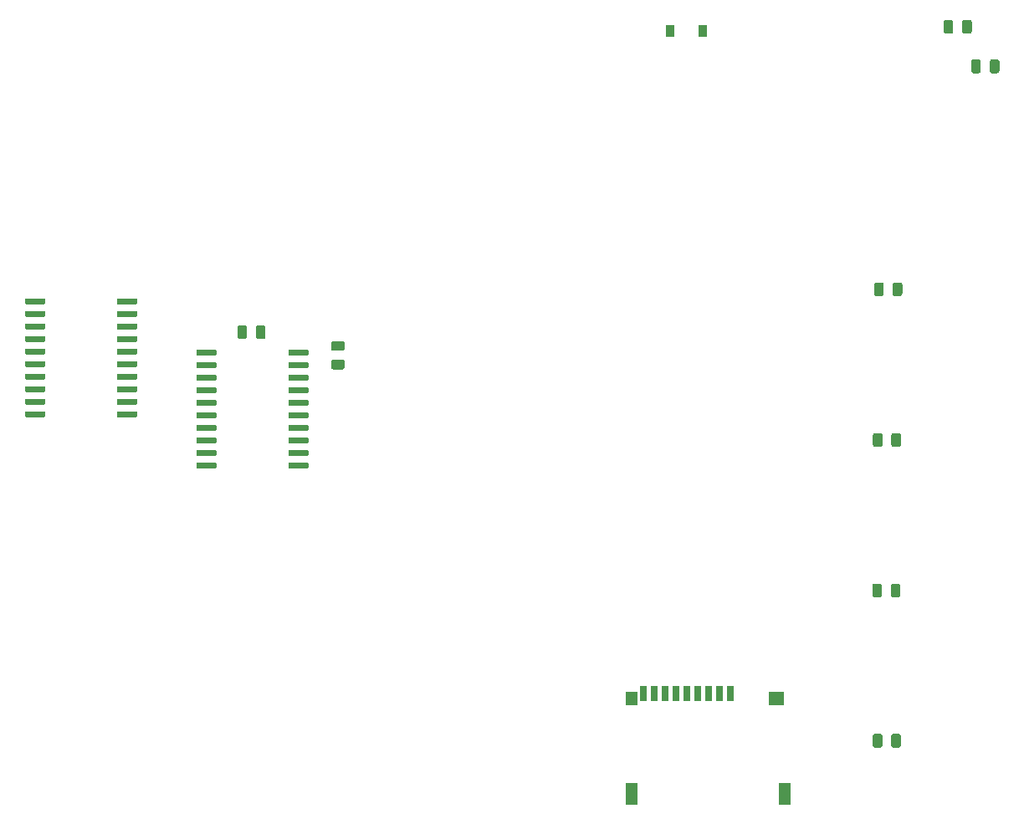
<source format=gbr>
G04 #@! TF.GenerationSoftware,KiCad,Pcbnew,5.1.5+dfsg1-2build2*
G04 #@! TF.CreationDate,2021-07-02T10:02:58+01:00*
G04 #@! TF.ProjectId,pak_breakout,70616b5f-6272-4656-916b-6f75742e6b69,rev?*
G04 #@! TF.SameCoordinates,Original*
G04 #@! TF.FileFunction,Paste,Top*
G04 #@! TF.FilePolarity,Positive*
%FSLAX46Y46*%
G04 Gerber Fmt 4.6, Leading zero omitted, Abs format (unit mm)*
G04 Created by KiCad (PCBNEW 5.1.5+dfsg1-2build2) date 2021-07-02 10:02:58*
%MOMM*%
%LPD*%
G04 APERTURE LIST*
%ADD10C,0.100000*%
%ADD11R,0.900000X1.200000*%
%ADD12R,1.200000X2.200000*%
%ADD13R,1.600000X1.400000*%
%ADD14R,1.200000X1.400000*%
%ADD15R,0.700000X1.600000*%
G04 APERTURE END LIST*
D10*
G36*
X361389703Y-232660722D02*
G01*
X361404264Y-232662882D01*
X361418543Y-232666459D01*
X361432403Y-232671418D01*
X361445710Y-232677712D01*
X361458336Y-232685280D01*
X361470159Y-232694048D01*
X361481066Y-232703934D01*
X361490952Y-232714841D01*
X361499720Y-232726664D01*
X361507288Y-232739290D01*
X361513582Y-232752597D01*
X361518541Y-232766457D01*
X361522118Y-232780736D01*
X361524278Y-232795297D01*
X361525000Y-232810000D01*
X361525000Y-233110000D01*
X361524278Y-233124703D01*
X361522118Y-233139264D01*
X361518541Y-233153543D01*
X361513582Y-233167403D01*
X361507288Y-233180710D01*
X361499720Y-233193336D01*
X361490952Y-233205159D01*
X361481066Y-233216066D01*
X361470159Y-233225952D01*
X361458336Y-233234720D01*
X361445710Y-233242288D01*
X361432403Y-233248582D01*
X361418543Y-233253541D01*
X361404264Y-233257118D01*
X361389703Y-233259278D01*
X361375000Y-233260000D01*
X359625000Y-233260000D01*
X359610297Y-233259278D01*
X359595736Y-233257118D01*
X359581457Y-233253541D01*
X359567597Y-233248582D01*
X359554290Y-233242288D01*
X359541664Y-233234720D01*
X359529841Y-233225952D01*
X359518934Y-233216066D01*
X359509048Y-233205159D01*
X359500280Y-233193336D01*
X359492712Y-233180710D01*
X359486418Y-233167403D01*
X359481459Y-233153543D01*
X359477882Y-233139264D01*
X359475722Y-233124703D01*
X359475000Y-233110000D01*
X359475000Y-232810000D01*
X359475722Y-232795297D01*
X359477882Y-232780736D01*
X359481459Y-232766457D01*
X359486418Y-232752597D01*
X359492712Y-232739290D01*
X359500280Y-232726664D01*
X359509048Y-232714841D01*
X359518934Y-232703934D01*
X359529841Y-232694048D01*
X359541664Y-232685280D01*
X359554290Y-232677712D01*
X359567597Y-232671418D01*
X359581457Y-232666459D01*
X359595736Y-232662882D01*
X359610297Y-232660722D01*
X359625000Y-232660000D01*
X361375000Y-232660000D01*
X361389703Y-232660722D01*
G37*
G36*
X361389703Y-233930722D02*
G01*
X361404264Y-233932882D01*
X361418543Y-233936459D01*
X361432403Y-233941418D01*
X361445710Y-233947712D01*
X361458336Y-233955280D01*
X361470159Y-233964048D01*
X361481066Y-233973934D01*
X361490952Y-233984841D01*
X361499720Y-233996664D01*
X361507288Y-234009290D01*
X361513582Y-234022597D01*
X361518541Y-234036457D01*
X361522118Y-234050736D01*
X361524278Y-234065297D01*
X361525000Y-234080000D01*
X361525000Y-234380000D01*
X361524278Y-234394703D01*
X361522118Y-234409264D01*
X361518541Y-234423543D01*
X361513582Y-234437403D01*
X361507288Y-234450710D01*
X361499720Y-234463336D01*
X361490952Y-234475159D01*
X361481066Y-234486066D01*
X361470159Y-234495952D01*
X361458336Y-234504720D01*
X361445710Y-234512288D01*
X361432403Y-234518582D01*
X361418543Y-234523541D01*
X361404264Y-234527118D01*
X361389703Y-234529278D01*
X361375000Y-234530000D01*
X359625000Y-234530000D01*
X359610297Y-234529278D01*
X359595736Y-234527118D01*
X359581457Y-234523541D01*
X359567597Y-234518582D01*
X359554290Y-234512288D01*
X359541664Y-234504720D01*
X359529841Y-234495952D01*
X359518934Y-234486066D01*
X359509048Y-234475159D01*
X359500280Y-234463336D01*
X359492712Y-234450710D01*
X359486418Y-234437403D01*
X359481459Y-234423543D01*
X359477882Y-234409264D01*
X359475722Y-234394703D01*
X359475000Y-234380000D01*
X359475000Y-234080000D01*
X359475722Y-234065297D01*
X359477882Y-234050736D01*
X359481459Y-234036457D01*
X359486418Y-234022597D01*
X359492712Y-234009290D01*
X359500280Y-233996664D01*
X359509048Y-233984841D01*
X359518934Y-233973934D01*
X359529841Y-233964048D01*
X359541664Y-233955280D01*
X359554290Y-233947712D01*
X359567597Y-233941418D01*
X359581457Y-233936459D01*
X359595736Y-233932882D01*
X359610297Y-233930722D01*
X359625000Y-233930000D01*
X361375000Y-233930000D01*
X361389703Y-233930722D01*
G37*
G36*
X361389703Y-235200722D02*
G01*
X361404264Y-235202882D01*
X361418543Y-235206459D01*
X361432403Y-235211418D01*
X361445710Y-235217712D01*
X361458336Y-235225280D01*
X361470159Y-235234048D01*
X361481066Y-235243934D01*
X361490952Y-235254841D01*
X361499720Y-235266664D01*
X361507288Y-235279290D01*
X361513582Y-235292597D01*
X361518541Y-235306457D01*
X361522118Y-235320736D01*
X361524278Y-235335297D01*
X361525000Y-235350000D01*
X361525000Y-235650000D01*
X361524278Y-235664703D01*
X361522118Y-235679264D01*
X361518541Y-235693543D01*
X361513582Y-235707403D01*
X361507288Y-235720710D01*
X361499720Y-235733336D01*
X361490952Y-235745159D01*
X361481066Y-235756066D01*
X361470159Y-235765952D01*
X361458336Y-235774720D01*
X361445710Y-235782288D01*
X361432403Y-235788582D01*
X361418543Y-235793541D01*
X361404264Y-235797118D01*
X361389703Y-235799278D01*
X361375000Y-235800000D01*
X359625000Y-235800000D01*
X359610297Y-235799278D01*
X359595736Y-235797118D01*
X359581457Y-235793541D01*
X359567597Y-235788582D01*
X359554290Y-235782288D01*
X359541664Y-235774720D01*
X359529841Y-235765952D01*
X359518934Y-235756066D01*
X359509048Y-235745159D01*
X359500280Y-235733336D01*
X359492712Y-235720710D01*
X359486418Y-235707403D01*
X359481459Y-235693543D01*
X359477882Y-235679264D01*
X359475722Y-235664703D01*
X359475000Y-235650000D01*
X359475000Y-235350000D01*
X359475722Y-235335297D01*
X359477882Y-235320736D01*
X359481459Y-235306457D01*
X359486418Y-235292597D01*
X359492712Y-235279290D01*
X359500280Y-235266664D01*
X359509048Y-235254841D01*
X359518934Y-235243934D01*
X359529841Y-235234048D01*
X359541664Y-235225280D01*
X359554290Y-235217712D01*
X359567597Y-235211418D01*
X359581457Y-235206459D01*
X359595736Y-235202882D01*
X359610297Y-235200722D01*
X359625000Y-235200000D01*
X361375000Y-235200000D01*
X361389703Y-235200722D01*
G37*
G36*
X361389703Y-236470722D02*
G01*
X361404264Y-236472882D01*
X361418543Y-236476459D01*
X361432403Y-236481418D01*
X361445710Y-236487712D01*
X361458336Y-236495280D01*
X361470159Y-236504048D01*
X361481066Y-236513934D01*
X361490952Y-236524841D01*
X361499720Y-236536664D01*
X361507288Y-236549290D01*
X361513582Y-236562597D01*
X361518541Y-236576457D01*
X361522118Y-236590736D01*
X361524278Y-236605297D01*
X361525000Y-236620000D01*
X361525000Y-236920000D01*
X361524278Y-236934703D01*
X361522118Y-236949264D01*
X361518541Y-236963543D01*
X361513582Y-236977403D01*
X361507288Y-236990710D01*
X361499720Y-237003336D01*
X361490952Y-237015159D01*
X361481066Y-237026066D01*
X361470159Y-237035952D01*
X361458336Y-237044720D01*
X361445710Y-237052288D01*
X361432403Y-237058582D01*
X361418543Y-237063541D01*
X361404264Y-237067118D01*
X361389703Y-237069278D01*
X361375000Y-237070000D01*
X359625000Y-237070000D01*
X359610297Y-237069278D01*
X359595736Y-237067118D01*
X359581457Y-237063541D01*
X359567597Y-237058582D01*
X359554290Y-237052288D01*
X359541664Y-237044720D01*
X359529841Y-237035952D01*
X359518934Y-237026066D01*
X359509048Y-237015159D01*
X359500280Y-237003336D01*
X359492712Y-236990710D01*
X359486418Y-236977403D01*
X359481459Y-236963543D01*
X359477882Y-236949264D01*
X359475722Y-236934703D01*
X359475000Y-236920000D01*
X359475000Y-236620000D01*
X359475722Y-236605297D01*
X359477882Y-236590736D01*
X359481459Y-236576457D01*
X359486418Y-236562597D01*
X359492712Y-236549290D01*
X359500280Y-236536664D01*
X359509048Y-236524841D01*
X359518934Y-236513934D01*
X359529841Y-236504048D01*
X359541664Y-236495280D01*
X359554290Y-236487712D01*
X359567597Y-236481418D01*
X359581457Y-236476459D01*
X359595736Y-236472882D01*
X359610297Y-236470722D01*
X359625000Y-236470000D01*
X361375000Y-236470000D01*
X361389703Y-236470722D01*
G37*
G36*
X361389703Y-237740722D02*
G01*
X361404264Y-237742882D01*
X361418543Y-237746459D01*
X361432403Y-237751418D01*
X361445710Y-237757712D01*
X361458336Y-237765280D01*
X361470159Y-237774048D01*
X361481066Y-237783934D01*
X361490952Y-237794841D01*
X361499720Y-237806664D01*
X361507288Y-237819290D01*
X361513582Y-237832597D01*
X361518541Y-237846457D01*
X361522118Y-237860736D01*
X361524278Y-237875297D01*
X361525000Y-237890000D01*
X361525000Y-238190000D01*
X361524278Y-238204703D01*
X361522118Y-238219264D01*
X361518541Y-238233543D01*
X361513582Y-238247403D01*
X361507288Y-238260710D01*
X361499720Y-238273336D01*
X361490952Y-238285159D01*
X361481066Y-238296066D01*
X361470159Y-238305952D01*
X361458336Y-238314720D01*
X361445710Y-238322288D01*
X361432403Y-238328582D01*
X361418543Y-238333541D01*
X361404264Y-238337118D01*
X361389703Y-238339278D01*
X361375000Y-238340000D01*
X359625000Y-238340000D01*
X359610297Y-238339278D01*
X359595736Y-238337118D01*
X359581457Y-238333541D01*
X359567597Y-238328582D01*
X359554290Y-238322288D01*
X359541664Y-238314720D01*
X359529841Y-238305952D01*
X359518934Y-238296066D01*
X359509048Y-238285159D01*
X359500280Y-238273336D01*
X359492712Y-238260710D01*
X359486418Y-238247403D01*
X359481459Y-238233543D01*
X359477882Y-238219264D01*
X359475722Y-238204703D01*
X359475000Y-238190000D01*
X359475000Y-237890000D01*
X359475722Y-237875297D01*
X359477882Y-237860736D01*
X359481459Y-237846457D01*
X359486418Y-237832597D01*
X359492712Y-237819290D01*
X359500280Y-237806664D01*
X359509048Y-237794841D01*
X359518934Y-237783934D01*
X359529841Y-237774048D01*
X359541664Y-237765280D01*
X359554290Y-237757712D01*
X359567597Y-237751418D01*
X359581457Y-237746459D01*
X359595736Y-237742882D01*
X359610297Y-237740722D01*
X359625000Y-237740000D01*
X361375000Y-237740000D01*
X361389703Y-237740722D01*
G37*
G36*
X361389703Y-239010722D02*
G01*
X361404264Y-239012882D01*
X361418543Y-239016459D01*
X361432403Y-239021418D01*
X361445710Y-239027712D01*
X361458336Y-239035280D01*
X361470159Y-239044048D01*
X361481066Y-239053934D01*
X361490952Y-239064841D01*
X361499720Y-239076664D01*
X361507288Y-239089290D01*
X361513582Y-239102597D01*
X361518541Y-239116457D01*
X361522118Y-239130736D01*
X361524278Y-239145297D01*
X361525000Y-239160000D01*
X361525000Y-239460000D01*
X361524278Y-239474703D01*
X361522118Y-239489264D01*
X361518541Y-239503543D01*
X361513582Y-239517403D01*
X361507288Y-239530710D01*
X361499720Y-239543336D01*
X361490952Y-239555159D01*
X361481066Y-239566066D01*
X361470159Y-239575952D01*
X361458336Y-239584720D01*
X361445710Y-239592288D01*
X361432403Y-239598582D01*
X361418543Y-239603541D01*
X361404264Y-239607118D01*
X361389703Y-239609278D01*
X361375000Y-239610000D01*
X359625000Y-239610000D01*
X359610297Y-239609278D01*
X359595736Y-239607118D01*
X359581457Y-239603541D01*
X359567597Y-239598582D01*
X359554290Y-239592288D01*
X359541664Y-239584720D01*
X359529841Y-239575952D01*
X359518934Y-239566066D01*
X359509048Y-239555159D01*
X359500280Y-239543336D01*
X359492712Y-239530710D01*
X359486418Y-239517403D01*
X359481459Y-239503543D01*
X359477882Y-239489264D01*
X359475722Y-239474703D01*
X359475000Y-239460000D01*
X359475000Y-239160000D01*
X359475722Y-239145297D01*
X359477882Y-239130736D01*
X359481459Y-239116457D01*
X359486418Y-239102597D01*
X359492712Y-239089290D01*
X359500280Y-239076664D01*
X359509048Y-239064841D01*
X359518934Y-239053934D01*
X359529841Y-239044048D01*
X359541664Y-239035280D01*
X359554290Y-239027712D01*
X359567597Y-239021418D01*
X359581457Y-239016459D01*
X359595736Y-239012882D01*
X359610297Y-239010722D01*
X359625000Y-239010000D01*
X361375000Y-239010000D01*
X361389703Y-239010722D01*
G37*
G36*
X361389703Y-240280722D02*
G01*
X361404264Y-240282882D01*
X361418543Y-240286459D01*
X361432403Y-240291418D01*
X361445710Y-240297712D01*
X361458336Y-240305280D01*
X361470159Y-240314048D01*
X361481066Y-240323934D01*
X361490952Y-240334841D01*
X361499720Y-240346664D01*
X361507288Y-240359290D01*
X361513582Y-240372597D01*
X361518541Y-240386457D01*
X361522118Y-240400736D01*
X361524278Y-240415297D01*
X361525000Y-240430000D01*
X361525000Y-240730000D01*
X361524278Y-240744703D01*
X361522118Y-240759264D01*
X361518541Y-240773543D01*
X361513582Y-240787403D01*
X361507288Y-240800710D01*
X361499720Y-240813336D01*
X361490952Y-240825159D01*
X361481066Y-240836066D01*
X361470159Y-240845952D01*
X361458336Y-240854720D01*
X361445710Y-240862288D01*
X361432403Y-240868582D01*
X361418543Y-240873541D01*
X361404264Y-240877118D01*
X361389703Y-240879278D01*
X361375000Y-240880000D01*
X359625000Y-240880000D01*
X359610297Y-240879278D01*
X359595736Y-240877118D01*
X359581457Y-240873541D01*
X359567597Y-240868582D01*
X359554290Y-240862288D01*
X359541664Y-240854720D01*
X359529841Y-240845952D01*
X359518934Y-240836066D01*
X359509048Y-240825159D01*
X359500280Y-240813336D01*
X359492712Y-240800710D01*
X359486418Y-240787403D01*
X359481459Y-240773543D01*
X359477882Y-240759264D01*
X359475722Y-240744703D01*
X359475000Y-240730000D01*
X359475000Y-240430000D01*
X359475722Y-240415297D01*
X359477882Y-240400736D01*
X359481459Y-240386457D01*
X359486418Y-240372597D01*
X359492712Y-240359290D01*
X359500280Y-240346664D01*
X359509048Y-240334841D01*
X359518934Y-240323934D01*
X359529841Y-240314048D01*
X359541664Y-240305280D01*
X359554290Y-240297712D01*
X359567597Y-240291418D01*
X359581457Y-240286459D01*
X359595736Y-240282882D01*
X359610297Y-240280722D01*
X359625000Y-240280000D01*
X361375000Y-240280000D01*
X361389703Y-240280722D01*
G37*
G36*
X361389703Y-241550722D02*
G01*
X361404264Y-241552882D01*
X361418543Y-241556459D01*
X361432403Y-241561418D01*
X361445710Y-241567712D01*
X361458336Y-241575280D01*
X361470159Y-241584048D01*
X361481066Y-241593934D01*
X361490952Y-241604841D01*
X361499720Y-241616664D01*
X361507288Y-241629290D01*
X361513582Y-241642597D01*
X361518541Y-241656457D01*
X361522118Y-241670736D01*
X361524278Y-241685297D01*
X361525000Y-241700000D01*
X361525000Y-242000000D01*
X361524278Y-242014703D01*
X361522118Y-242029264D01*
X361518541Y-242043543D01*
X361513582Y-242057403D01*
X361507288Y-242070710D01*
X361499720Y-242083336D01*
X361490952Y-242095159D01*
X361481066Y-242106066D01*
X361470159Y-242115952D01*
X361458336Y-242124720D01*
X361445710Y-242132288D01*
X361432403Y-242138582D01*
X361418543Y-242143541D01*
X361404264Y-242147118D01*
X361389703Y-242149278D01*
X361375000Y-242150000D01*
X359625000Y-242150000D01*
X359610297Y-242149278D01*
X359595736Y-242147118D01*
X359581457Y-242143541D01*
X359567597Y-242138582D01*
X359554290Y-242132288D01*
X359541664Y-242124720D01*
X359529841Y-242115952D01*
X359518934Y-242106066D01*
X359509048Y-242095159D01*
X359500280Y-242083336D01*
X359492712Y-242070710D01*
X359486418Y-242057403D01*
X359481459Y-242043543D01*
X359477882Y-242029264D01*
X359475722Y-242014703D01*
X359475000Y-242000000D01*
X359475000Y-241700000D01*
X359475722Y-241685297D01*
X359477882Y-241670736D01*
X359481459Y-241656457D01*
X359486418Y-241642597D01*
X359492712Y-241629290D01*
X359500280Y-241616664D01*
X359509048Y-241604841D01*
X359518934Y-241593934D01*
X359529841Y-241584048D01*
X359541664Y-241575280D01*
X359554290Y-241567712D01*
X359567597Y-241561418D01*
X359581457Y-241556459D01*
X359595736Y-241552882D01*
X359610297Y-241550722D01*
X359625000Y-241550000D01*
X361375000Y-241550000D01*
X361389703Y-241550722D01*
G37*
G36*
X361389703Y-242820722D02*
G01*
X361404264Y-242822882D01*
X361418543Y-242826459D01*
X361432403Y-242831418D01*
X361445710Y-242837712D01*
X361458336Y-242845280D01*
X361470159Y-242854048D01*
X361481066Y-242863934D01*
X361490952Y-242874841D01*
X361499720Y-242886664D01*
X361507288Y-242899290D01*
X361513582Y-242912597D01*
X361518541Y-242926457D01*
X361522118Y-242940736D01*
X361524278Y-242955297D01*
X361525000Y-242970000D01*
X361525000Y-243270000D01*
X361524278Y-243284703D01*
X361522118Y-243299264D01*
X361518541Y-243313543D01*
X361513582Y-243327403D01*
X361507288Y-243340710D01*
X361499720Y-243353336D01*
X361490952Y-243365159D01*
X361481066Y-243376066D01*
X361470159Y-243385952D01*
X361458336Y-243394720D01*
X361445710Y-243402288D01*
X361432403Y-243408582D01*
X361418543Y-243413541D01*
X361404264Y-243417118D01*
X361389703Y-243419278D01*
X361375000Y-243420000D01*
X359625000Y-243420000D01*
X359610297Y-243419278D01*
X359595736Y-243417118D01*
X359581457Y-243413541D01*
X359567597Y-243408582D01*
X359554290Y-243402288D01*
X359541664Y-243394720D01*
X359529841Y-243385952D01*
X359518934Y-243376066D01*
X359509048Y-243365159D01*
X359500280Y-243353336D01*
X359492712Y-243340710D01*
X359486418Y-243327403D01*
X359481459Y-243313543D01*
X359477882Y-243299264D01*
X359475722Y-243284703D01*
X359475000Y-243270000D01*
X359475000Y-242970000D01*
X359475722Y-242955297D01*
X359477882Y-242940736D01*
X359481459Y-242926457D01*
X359486418Y-242912597D01*
X359492712Y-242899290D01*
X359500280Y-242886664D01*
X359509048Y-242874841D01*
X359518934Y-242863934D01*
X359529841Y-242854048D01*
X359541664Y-242845280D01*
X359554290Y-242837712D01*
X359567597Y-242831418D01*
X359581457Y-242826459D01*
X359595736Y-242822882D01*
X359610297Y-242820722D01*
X359625000Y-242820000D01*
X361375000Y-242820000D01*
X361389703Y-242820722D01*
G37*
G36*
X361389703Y-244090722D02*
G01*
X361404264Y-244092882D01*
X361418543Y-244096459D01*
X361432403Y-244101418D01*
X361445710Y-244107712D01*
X361458336Y-244115280D01*
X361470159Y-244124048D01*
X361481066Y-244133934D01*
X361490952Y-244144841D01*
X361499720Y-244156664D01*
X361507288Y-244169290D01*
X361513582Y-244182597D01*
X361518541Y-244196457D01*
X361522118Y-244210736D01*
X361524278Y-244225297D01*
X361525000Y-244240000D01*
X361525000Y-244540000D01*
X361524278Y-244554703D01*
X361522118Y-244569264D01*
X361518541Y-244583543D01*
X361513582Y-244597403D01*
X361507288Y-244610710D01*
X361499720Y-244623336D01*
X361490952Y-244635159D01*
X361481066Y-244646066D01*
X361470159Y-244655952D01*
X361458336Y-244664720D01*
X361445710Y-244672288D01*
X361432403Y-244678582D01*
X361418543Y-244683541D01*
X361404264Y-244687118D01*
X361389703Y-244689278D01*
X361375000Y-244690000D01*
X359625000Y-244690000D01*
X359610297Y-244689278D01*
X359595736Y-244687118D01*
X359581457Y-244683541D01*
X359567597Y-244678582D01*
X359554290Y-244672288D01*
X359541664Y-244664720D01*
X359529841Y-244655952D01*
X359518934Y-244646066D01*
X359509048Y-244635159D01*
X359500280Y-244623336D01*
X359492712Y-244610710D01*
X359486418Y-244597403D01*
X359481459Y-244583543D01*
X359477882Y-244569264D01*
X359475722Y-244554703D01*
X359475000Y-244540000D01*
X359475000Y-244240000D01*
X359475722Y-244225297D01*
X359477882Y-244210736D01*
X359481459Y-244196457D01*
X359486418Y-244182597D01*
X359492712Y-244169290D01*
X359500280Y-244156664D01*
X359509048Y-244144841D01*
X359518934Y-244133934D01*
X359529841Y-244124048D01*
X359541664Y-244115280D01*
X359554290Y-244107712D01*
X359567597Y-244101418D01*
X359581457Y-244096459D01*
X359595736Y-244092882D01*
X359610297Y-244090722D01*
X359625000Y-244090000D01*
X361375000Y-244090000D01*
X361389703Y-244090722D01*
G37*
G36*
X352089703Y-244090722D02*
G01*
X352104264Y-244092882D01*
X352118543Y-244096459D01*
X352132403Y-244101418D01*
X352145710Y-244107712D01*
X352158336Y-244115280D01*
X352170159Y-244124048D01*
X352181066Y-244133934D01*
X352190952Y-244144841D01*
X352199720Y-244156664D01*
X352207288Y-244169290D01*
X352213582Y-244182597D01*
X352218541Y-244196457D01*
X352222118Y-244210736D01*
X352224278Y-244225297D01*
X352225000Y-244240000D01*
X352225000Y-244540000D01*
X352224278Y-244554703D01*
X352222118Y-244569264D01*
X352218541Y-244583543D01*
X352213582Y-244597403D01*
X352207288Y-244610710D01*
X352199720Y-244623336D01*
X352190952Y-244635159D01*
X352181066Y-244646066D01*
X352170159Y-244655952D01*
X352158336Y-244664720D01*
X352145710Y-244672288D01*
X352132403Y-244678582D01*
X352118543Y-244683541D01*
X352104264Y-244687118D01*
X352089703Y-244689278D01*
X352075000Y-244690000D01*
X350325000Y-244690000D01*
X350310297Y-244689278D01*
X350295736Y-244687118D01*
X350281457Y-244683541D01*
X350267597Y-244678582D01*
X350254290Y-244672288D01*
X350241664Y-244664720D01*
X350229841Y-244655952D01*
X350218934Y-244646066D01*
X350209048Y-244635159D01*
X350200280Y-244623336D01*
X350192712Y-244610710D01*
X350186418Y-244597403D01*
X350181459Y-244583543D01*
X350177882Y-244569264D01*
X350175722Y-244554703D01*
X350175000Y-244540000D01*
X350175000Y-244240000D01*
X350175722Y-244225297D01*
X350177882Y-244210736D01*
X350181459Y-244196457D01*
X350186418Y-244182597D01*
X350192712Y-244169290D01*
X350200280Y-244156664D01*
X350209048Y-244144841D01*
X350218934Y-244133934D01*
X350229841Y-244124048D01*
X350241664Y-244115280D01*
X350254290Y-244107712D01*
X350267597Y-244101418D01*
X350281457Y-244096459D01*
X350295736Y-244092882D01*
X350310297Y-244090722D01*
X350325000Y-244090000D01*
X352075000Y-244090000D01*
X352089703Y-244090722D01*
G37*
G36*
X352089703Y-242820722D02*
G01*
X352104264Y-242822882D01*
X352118543Y-242826459D01*
X352132403Y-242831418D01*
X352145710Y-242837712D01*
X352158336Y-242845280D01*
X352170159Y-242854048D01*
X352181066Y-242863934D01*
X352190952Y-242874841D01*
X352199720Y-242886664D01*
X352207288Y-242899290D01*
X352213582Y-242912597D01*
X352218541Y-242926457D01*
X352222118Y-242940736D01*
X352224278Y-242955297D01*
X352225000Y-242970000D01*
X352225000Y-243270000D01*
X352224278Y-243284703D01*
X352222118Y-243299264D01*
X352218541Y-243313543D01*
X352213582Y-243327403D01*
X352207288Y-243340710D01*
X352199720Y-243353336D01*
X352190952Y-243365159D01*
X352181066Y-243376066D01*
X352170159Y-243385952D01*
X352158336Y-243394720D01*
X352145710Y-243402288D01*
X352132403Y-243408582D01*
X352118543Y-243413541D01*
X352104264Y-243417118D01*
X352089703Y-243419278D01*
X352075000Y-243420000D01*
X350325000Y-243420000D01*
X350310297Y-243419278D01*
X350295736Y-243417118D01*
X350281457Y-243413541D01*
X350267597Y-243408582D01*
X350254290Y-243402288D01*
X350241664Y-243394720D01*
X350229841Y-243385952D01*
X350218934Y-243376066D01*
X350209048Y-243365159D01*
X350200280Y-243353336D01*
X350192712Y-243340710D01*
X350186418Y-243327403D01*
X350181459Y-243313543D01*
X350177882Y-243299264D01*
X350175722Y-243284703D01*
X350175000Y-243270000D01*
X350175000Y-242970000D01*
X350175722Y-242955297D01*
X350177882Y-242940736D01*
X350181459Y-242926457D01*
X350186418Y-242912597D01*
X350192712Y-242899290D01*
X350200280Y-242886664D01*
X350209048Y-242874841D01*
X350218934Y-242863934D01*
X350229841Y-242854048D01*
X350241664Y-242845280D01*
X350254290Y-242837712D01*
X350267597Y-242831418D01*
X350281457Y-242826459D01*
X350295736Y-242822882D01*
X350310297Y-242820722D01*
X350325000Y-242820000D01*
X352075000Y-242820000D01*
X352089703Y-242820722D01*
G37*
G36*
X352089703Y-241550722D02*
G01*
X352104264Y-241552882D01*
X352118543Y-241556459D01*
X352132403Y-241561418D01*
X352145710Y-241567712D01*
X352158336Y-241575280D01*
X352170159Y-241584048D01*
X352181066Y-241593934D01*
X352190952Y-241604841D01*
X352199720Y-241616664D01*
X352207288Y-241629290D01*
X352213582Y-241642597D01*
X352218541Y-241656457D01*
X352222118Y-241670736D01*
X352224278Y-241685297D01*
X352225000Y-241700000D01*
X352225000Y-242000000D01*
X352224278Y-242014703D01*
X352222118Y-242029264D01*
X352218541Y-242043543D01*
X352213582Y-242057403D01*
X352207288Y-242070710D01*
X352199720Y-242083336D01*
X352190952Y-242095159D01*
X352181066Y-242106066D01*
X352170159Y-242115952D01*
X352158336Y-242124720D01*
X352145710Y-242132288D01*
X352132403Y-242138582D01*
X352118543Y-242143541D01*
X352104264Y-242147118D01*
X352089703Y-242149278D01*
X352075000Y-242150000D01*
X350325000Y-242150000D01*
X350310297Y-242149278D01*
X350295736Y-242147118D01*
X350281457Y-242143541D01*
X350267597Y-242138582D01*
X350254290Y-242132288D01*
X350241664Y-242124720D01*
X350229841Y-242115952D01*
X350218934Y-242106066D01*
X350209048Y-242095159D01*
X350200280Y-242083336D01*
X350192712Y-242070710D01*
X350186418Y-242057403D01*
X350181459Y-242043543D01*
X350177882Y-242029264D01*
X350175722Y-242014703D01*
X350175000Y-242000000D01*
X350175000Y-241700000D01*
X350175722Y-241685297D01*
X350177882Y-241670736D01*
X350181459Y-241656457D01*
X350186418Y-241642597D01*
X350192712Y-241629290D01*
X350200280Y-241616664D01*
X350209048Y-241604841D01*
X350218934Y-241593934D01*
X350229841Y-241584048D01*
X350241664Y-241575280D01*
X350254290Y-241567712D01*
X350267597Y-241561418D01*
X350281457Y-241556459D01*
X350295736Y-241552882D01*
X350310297Y-241550722D01*
X350325000Y-241550000D01*
X352075000Y-241550000D01*
X352089703Y-241550722D01*
G37*
G36*
X352089703Y-240280722D02*
G01*
X352104264Y-240282882D01*
X352118543Y-240286459D01*
X352132403Y-240291418D01*
X352145710Y-240297712D01*
X352158336Y-240305280D01*
X352170159Y-240314048D01*
X352181066Y-240323934D01*
X352190952Y-240334841D01*
X352199720Y-240346664D01*
X352207288Y-240359290D01*
X352213582Y-240372597D01*
X352218541Y-240386457D01*
X352222118Y-240400736D01*
X352224278Y-240415297D01*
X352225000Y-240430000D01*
X352225000Y-240730000D01*
X352224278Y-240744703D01*
X352222118Y-240759264D01*
X352218541Y-240773543D01*
X352213582Y-240787403D01*
X352207288Y-240800710D01*
X352199720Y-240813336D01*
X352190952Y-240825159D01*
X352181066Y-240836066D01*
X352170159Y-240845952D01*
X352158336Y-240854720D01*
X352145710Y-240862288D01*
X352132403Y-240868582D01*
X352118543Y-240873541D01*
X352104264Y-240877118D01*
X352089703Y-240879278D01*
X352075000Y-240880000D01*
X350325000Y-240880000D01*
X350310297Y-240879278D01*
X350295736Y-240877118D01*
X350281457Y-240873541D01*
X350267597Y-240868582D01*
X350254290Y-240862288D01*
X350241664Y-240854720D01*
X350229841Y-240845952D01*
X350218934Y-240836066D01*
X350209048Y-240825159D01*
X350200280Y-240813336D01*
X350192712Y-240800710D01*
X350186418Y-240787403D01*
X350181459Y-240773543D01*
X350177882Y-240759264D01*
X350175722Y-240744703D01*
X350175000Y-240730000D01*
X350175000Y-240430000D01*
X350175722Y-240415297D01*
X350177882Y-240400736D01*
X350181459Y-240386457D01*
X350186418Y-240372597D01*
X350192712Y-240359290D01*
X350200280Y-240346664D01*
X350209048Y-240334841D01*
X350218934Y-240323934D01*
X350229841Y-240314048D01*
X350241664Y-240305280D01*
X350254290Y-240297712D01*
X350267597Y-240291418D01*
X350281457Y-240286459D01*
X350295736Y-240282882D01*
X350310297Y-240280722D01*
X350325000Y-240280000D01*
X352075000Y-240280000D01*
X352089703Y-240280722D01*
G37*
G36*
X352089703Y-239010722D02*
G01*
X352104264Y-239012882D01*
X352118543Y-239016459D01*
X352132403Y-239021418D01*
X352145710Y-239027712D01*
X352158336Y-239035280D01*
X352170159Y-239044048D01*
X352181066Y-239053934D01*
X352190952Y-239064841D01*
X352199720Y-239076664D01*
X352207288Y-239089290D01*
X352213582Y-239102597D01*
X352218541Y-239116457D01*
X352222118Y-239130736D01*
X352224278Y-239145297D01*
X352225000Y-239160000D01*
X352225000Y-239460000D01*
X352224278Y-239474703D01*
X352222118Y-239489264D01*
X352218541Y-239503543D01*
X352213582Y-239517403D01*
X352207288Y-239530710D01*
X352199720Y-239543336D01*
X352190952Y-239555159D01*
X352181066Y-239566066D01*
X352170159Y-239575952D01*
X352158336Y-239584720D01*
X352145710Y-239592288D01*
X352132403Y-239598582D01*
X352118543Y-239603541D01*
X352104264Y-239607118D01*
X352089703Y-239609278D01*
X352075000Y-239610000D01*
X350325000Y-239610000D01*
X350310297Y-239609278D01*
X350295736Y-239607118D01*
X350281457Y-239603541D01*
X350267597Y-239598582D01*
X350254290Y-239592288D01*
X350241664Y-239584720D01*
X350229841Y-239575952D01*
X350218934Y-239566066D01*
X350209048Y-239555159D01*
X350200280Y-239543336D01*
X350192712Y-239530710D01*
X350186418Y-239517403D01*
X350181459Y-239503543D01*
X350177882Y-239489264D01*
X350175722Y-239474703D01*
X350175000Y-239460000D01*
X350175000Y-239160000D01*
X350175722Y-239145297D01*
X350177882Y-239130736D01*
X350181459Y-239116457D01*
X350186418Y-239102597D01*
X350192712Y-239089290D01*
X350200280Y-239076664D01*
X350209048Y-239064841D01*
X350218934Y-239053934D01*
X350229841Y-239044048D01*
X350241664Y-239035280D01*
X350254290Y-239027712D01*
X350267597Y-239021418D01*
X350281457Y-239016459D01*
X350295736Y-239012882D01*
X350310297Y-239010722D01*
X350325000Y-239010000D01*
X352075000Y-239010000D01*
X352089703Y-239010722D01*
G37*
G36*
X352089703Y-237740722D02*
G01*
X352104264Y-237742882D01*
X352118543Y-237746459D01*
X352132403Y-237751418D01*
X352145710Y-237757712D01*
X352158336Y-237765280D01*
X352170159Y-237774048D01*
X352181066Y-237783934D01*
X352190952Y-237794841D01*
X352199720Y-237806664D01*
X352207288Y-237819290D01*
X352213582Y-237832597D01*
X352218541Y-237846457D01*
X352222118Y-237860736D01*
X352224278Y-237875297D01*
X352225000Y-237890000D01*
X352225000Y-238190000D01*
X352224278Y-238204703D01*
X352222118Y-238219264D01*
X352218541Y-238233543D01*
X352213582Y-238247403D01*
X352207288Y-238260710D01*
X352199720Y-238273336D01*
X352190952Y-238285159D01*
X352181066Y-238296066D01*
X352170159Y-238305952D01*
X352158336Y-238314720D01*
X352145710Y-238322288D01*
X352132403Y-238328582D01*
X352118543Y-238333541D01*
X352104264Y-238337118D01*
X352089703Y-238339278D01*
X352075000Y-238340000D01*
X350325000Y-238340000D01*
X350310297Y-238339278D01*
X350295736Y-238337118D01*
X350281457Y-238333541D01*
X350267597Y-238328582D01*
X350254290Y-238322288D01*
X350241664Y-238314720D01*
X350229841Y-238305952D01*
X350218934Y-238296066D01*
X350209048Y-238285159D01*
X350200280Y-238273336D01*
X350192712Y-238260710D01*
X350186418Y-238247403D01*
X350181459Y-238233543D01*
X350177882Y-238219264D01*
X350175722Y-238204703D01*
X350175000Y-238190000D01*
X350175000Y-237890000D01*
X350175722Y-237875297D01*
X350177882Y-237860736D01*
X350181459Y-237846457D01*
X350186418Y-237832597D01*
X350192712Y-237819290D01*
X350200280Y-237806664D01*
X350209048Y-237794841D01*
X350218934Y-237783934D01*
X350229841Y-237774048D01*
X350241664Y-237765280D01*
X350254290Y-237757712D01*
X350267597Y-237751418D01*
X350281457Y-237746459D01*
X350295736Y-237742882D01*
X350310297Y-237740722D01*
X350325000Y-237740000D01*
X352075000Y-237740000D01*
X352089703Y-237740722D01*
G37*
G36*
X352089703Y-236470722D02*
G01*
X352104264Y-236472882D01*
X352118543Y-236476459D01*
X352132403Y-236481418D01*
X352145710Y-236487712D01*
X352158336Y-236495280D01*
X352170159Y-236504048D01*
X352181066Y-236513934D01*
X352190952Y-236524841D01*
X352199720Y-236536664D01*
X352207288Y-236549290D01*
X352213582Y-236562597D01*
X352218541Y-236576457D01*
X352222118Y-236590736D01*
X352224278Y-236605297D01*
X352225000Y-236620000D01*
X352225000Y-236920000D01*
X352224278Y-236934703D01*
X352222118Y-236949264D01*
X352218541Y-236963543D01*
X352213582Y-236977403D01*
X352207288Y-236990710D01*
X352199720Y-237003336D01*
X352190952Y-237015159D01*
X352181066Y-237026066D01*
X352170159Y-237035952D01*
X352158336Y-237044720D01*
X352145710Y-237052288D01*
X352132403Y-237058582D01*
X352118543Y-237063541D01*
X352104264Y-237067118D01*
X352089703Y-237069278D01*
X352075000Y-237070000D01*
X350325000Y-237070000D01*
X350310297Y-237069278D01*
X350295736Y-237067118D01*
X350281457Y-237063541D01*
X350267597Y-237058582D01*
X350254290Y-237052288D01*
X350241664Y-237044720D01*
X350229841Y-237035952D01*
X350218934Y-237026066D01*
X350209048Y-237015159D01*
X350200280Y-237003336D01*
X350192712Y-236990710D01*
X350186418Y-236977403D01*
X350181459Y-236963543D01*
X350177882Y-236949264D01*
X350175722Y-236934703D01*
X350175000Y-236920000D01*
X350175000Y-236620000D01*
X350175722Y-236605297D01*
X350177882Y-236590736D01*
X350181459Y-236576457D01*
X350186418Y-236562597D01*
X350192712Y-236549290D01*
X350200280Y-236536664D01*
X350209048Y-236524841D01*
X350218934Y-236513934D01*
X350229841Y-236504048D01*
X350241664Y-236495280D01*
X350254290Y-236487712D01*
X350267597Y-236481418D01*
X350281457Y-236476459D01*
X350295736Y-236472882D01*
X350310297Y-236470722D01*
X350325000Y-236470000D01*
X352075000Y-236470000D01*
X352089703Y-236470722D01*
G37*
G36*
X352089703Y-235200722D02*
G01*
X352104264Y-235202882D01*
X352118543Y-235206459D01*
X352132403Y-235211418D01*
X352145710Y-235217712D01*
X352158336Y-235225280D01*
X352170159Y-235234048D01*
X352181066Y-235243934D01*
X352190952Y-235254841D01*
X352199720Y-235266664D01*
X352207288Y-235279290D01*
X352213582Y-235292597D01*
X352218541Y-235306457D01*
X352222118Y-235320736D01*
X352224278Y-235335297D01*
X352225000Y-235350000D01*
X352225000Y-235650000D01*
X352224278Y-235664703D01*
X352222118Y-235679264D01*
X352218541Y-235693543D01*
X352213582Y-235707403D01*
X352207288Y-235720710D01*
X352199720Y-235733336D01*
X352190952Y-235745159D01*
X352181066Y-235756066D01*
X352170159Y-235765952D01*
X352158336Y-235774720D01*
X352145710Y-235782288D01*
X352132403Y-235788582D01*
X352118543Y-235793541D01*
X352104264Y-235797118D01*
X352089703Y-235799278D01*
X352075000Y-235800000D01*
X350325000Y-235800000D01*
X350310297Y-235799278D01*
X350295736Y-235797118D01*
X350281457Y-235793541D01*
X350267597Y-235788582D01*
X350254290Y-235782288D01*
X350241664Y-235774720D01*
X350229841Y-235765952D01*
X350218934Y-235756066D01*
X350209048Y-235745159D01*
X350200280Y-235733336D01*
X350192712Y-235720710D01*
X350186418Y-235707403D01*
X350181459Y-235693543D01*
X350177882Y-235679264D01*
X350175722Y-235664703D01*
X350175000Y-235650000D01*
X350175000Y-235350000D01*
X350175722Y-235335297D01*
X350177882Y-235320736D01*
X350181459Y-235306457D01*
X350186418Y-235292597D01*
X350192712Y-235279290D01*
X350200280Y-235266664D01*
X350209048Y-235254841D01*
X350218934Y-235243934D01*
X350229841Y-235234048D01*
X350241664Y-235225280D01*
X350254290Y-235217712D01*
X350267597Y-235211418D01*
X350281457Y-235206459D01*
X350295736Y-235202882D01*
X350310297Y-235200722D01*
X350325000Y-235200000D01*
X352075000Y-235200000D01*
X352089703Y-235200722D01*
G37*
G36*
X352089703Y-233930722D02*
G01*
X352104264Y-233932882D01*
X352118543Y-233936459D01*
X352132403Y-233941418D01*
X352145710Y-233947712D01*
X352158336Y-233955280D01*
X352170159Y-233964048D01*
X352181066Y-233973934D01*
X352190952Y-233984841D01*
X352199720Y-233996664D01*
X352207288Y-234009290D01*
X352213582Y-234022597D01*
X352218541Y-234036457D01*
X352222118Y-234050736D01*
X352224278Y-234065297D01*
X352225000Y-234080000D01*
X352225000Y-234380000D01*
X352224278Y-234394703D01*
X352222118Y-234409264D01*
X352218541Y-234423543D01*
X352213582Y-234437403D01*
X352207288Y-234450710D01*
X352199720Y-234463336D01*
X352190952Y-234475159D01*
X352181066Y-234486066D01*
X352170159Y-234495952D01*
X352158336Y-234504720D01*
X352145710Y-234512288D01*
X352132403Y-234518582D01*
X352118543Y-234523541D01*
X352104264Y-234527118D01*
X352089703Y-234529278D01*
X352075000Y-234530000D01*
X350325000Y-234530000D01*
X350310297Y-234529278D01*
X350295736Y-234527118D01*
X350281457Y-234523541D01*
X350267597Y-234518582D01*
X350254290Y-234512288D01*
X350241664Y-234504720D01*
X350229841Y-234495952D01*
X350218934Y-234486066D01*
X350209048Y-234475159D01*
X350200280Y-234463336D01*
X350192712Y-234450710D01*
X350186418Y-234437403D01*
X350181459Y-234423543D01*
X350177882Y-234409264D01*
X350175722Y-234394703D01*
X350175000Y-234380000D01*
X350175000Y-234080000D01*
X350175722Y-234065297D01*
X350177882Y-234050736D01*
X350181459Y-234036457D01*
X350186418Y-234022597D01*
X350192712Y-234009290D01*
X350200280Y-233996664D01*
X350209048Y-233984841D01*
X350218934Y-233973934D01*
X350229841Y-233964048D01*
X350241664Y-233955280D01*
X350254290Y-233947712D01*
X350267597Y-233941418D01*
X350281457Y-233936459D01*
X350295736Y-233932882D01*
X350310297Y-233930722D01*
X350325000Y-233930000D01*
X352075000Y-233930000D01*
X352089703Y-233930722D01*
G37*
G36*
X352089703Y-232660722D02*
G01*
X352104264Y-232662882D01*
X352118543Y-232666459D01*
X352132403Y-232671418D01*
X352145710Y-232677712D01*
X352158336Y-232685280D01*
X352170159Y-232694048D01*
X352181066Y-232703934D01*
X352190952Y-232714841D01*
X352199720Y-232726664D01*
X352207288Y-232739290D01*
X352213582Y-232752597D01*
X352218541Y-232766457D01*
X352222118Y-232780736D01*
X352224278Y-232795297D01*
X352225000Y-232810000D01*
X352225000Y-233110000D01*
X352224278Y-233124703D01*
X352222118Y-233139264D01*
X352218541Y-233153543D01*
X352213582Y-233167403D01*
X352207288Y-233180710D01*
X352199720Y-233193336D01*
X352190952Y-233205159D01*
X352181066Y-233216066D01*
X352170159Y-233225952D01*
X352158336Y-233234720D01*
X352145710Y-233242288D01*
X352132403Y-233248582D01*
X352118543Y-233253541D01*
X352104264Y-233257118D01*
X352089703Y-233259278D01*
X352075000Y-233260000D01*
X350325000Y-233260000D01*
X350310297Y-233259278D01*
X350295736Y-233257118D01*
X350281457Y-233253541D01*
X350267597Y-233248582D01*
X350254290Y-233242288D01*
X350241664Y-233234720D01*
X350229841Y-233225952D01*
X350218934Y-233216066D01*
X350209048Y-233205159D01*
X350200280Y-233193336D01*
X350192712Y-233180710D01*
X350186418Y-233167403D01*
X350181459Y-233153543D01*
X350177882Y-233139264D01*
X350175722Y-233124703D01*
X350175000Y-233110000D01*
X350175000Y-232810000D01*
X350175722Y-232795297D01*
X350177882Y-232780736D01*
X350181459Y-232766457D01*
X350186418Y-232752597D01*
X350192712Y-232739290D01*
X350200280Y-232726664D01*
X350209048Y-232714841D01*
X350218934Y-232703934D01*
X350229841Y-232694048D01*
X350241664Y-232685280D01*
X350254290Y-232677712D01*
X350267597Y-232671418D01*
X350281457Y-232666459D01*
X350295736Y-232662882D01*
X350310297Y-232660722D01*
X350325000Y-232660000D01*
X352075000Y-232660000D01*
X352089703Y-232660722D01*
G37*
G36*
X344039703Y-227485722D02*
G01*
X344054264Y-227487882D01*
X344068543Y-227491459D01*
X344082403Y-227496418D01*
X344095710Y-227502712D01*
X344108336Y-227510280D01*
X344120159Y-227519048D01*
X344131066Y-227528934D01*
X344140952Y-227539841D01*
X344149720Y-227551664D01*
X344157288Y-227564290D01*
X344163582Y-227577597D01*
X344168541Y-227591457D01*
X344172118Y-227605736D01*
X344174278Y-227620297D01*
X344175000Y-227635000D01*
X344175000Y-227935000D01*
X344174278Y-227949703D01*
X344172118Y-227964264D01*
X344168541Y-227978543D01*
X344163582Y-227992403D01*
X344157288Y-228005710D01*
X344149720Y-228018336D01*
X344140952Y-228030159D01*
X344131066Y-228041066D01*
X344120159Y-228050952D01*
X344108336Y-228059720D01*
X344095710Y-228067288D01*
X344082403Y-228073582D01*
X344068543Y-228078541D01*
X344054264Y-228082118D01*
X344039703Y-228084278D01*
X344025000Y-228085000D01*
X342275000Y-228085000D01*
X342260297Y-228084278D01*
X342245736Y-228082118D01*
X342231457Y-228078541D01*
X342217597Y-228073582D01*
X342204290Y-228067288D01*
X342191664Y-228059720D01*
X342179841Y-228050952D01*
X342168934Y-228041066D01*
X342159048Y-228030159D01*
X342150280Y-228018336D01*
X342142712Y-228005710D01*
X342136418Y-227992403D01*
X342131459Y-227978543D01*
X342127882Y-227964264D01*
X342125722Y-227949703D01*
X342125000Y-227935000D01*
X342125000Y-227635000D01*
X342125722Y-227620297D01*
X342127882Y-227605736D01*
X342131459Y-227591457D01*
X342136418Y-227577597D01*
X342142712Y-227564290D01*
X342150280Y-227551664D01*
X342159048Y-227539841D01*
X342168934Y-227528934D01*
X342179841Y-227519048D01*
X342191664Y-227510280D01*
X342204290Y-227502712D01*
X342217597Y-227496418D01*
X342231457Y-227491459D01*
X342245736Y-227487882D01*
X342260297Y-227485722D01*
X342275000Y-227485000D01*
X344025000Y-227485000D01*
X344039703Y-227485722D01*
G37*
G36*
X344039703Y-228755722D02*
G01*
X344054264Y-228757882D01*
X344068543Y-228761459D01*
X344082403Y-228766418D01*
X344095710Y-228772712D01*
X344108336Y-228780280D01*
X344120159Y-228789048D01*
X344131066Y-228798934D01*
X344140952Y-228809841D01*
X344149720Y-228821664D01*
X344157288Y-228834290D01*
X344163582Y-228847597D01*
X344168541Y-228861457D01*
X344172118Y-228875736D01*
X344174278Y-228890297D01*
X344175000Y-228905000D01*
X344175000Y-229205000D01*
X344174278Y-229219703D01*
X344172118Y-229234264D01*
X344168541Y-229248543D01*
X344163582Y-229262403D01*
X344157288Y-229275710D01*
X344149720Y-229288336D01*
X344140952Y-229300159D01*
X344131066Y-229311066D01*
X344120159Y-229320952D01*
X344108336Y-229329720D01*
X344095710Y-229337288D01*
X344082403Y-229343582D01*
X344068543Y-229348541D01*
X344054264Y-229352118D01*
X344039703Y-229354278D01*
X344025000Y-229355000D01*
X342275000Y-229355000D01*
X342260297Y-229354278D01*
X342245736Y-229352118D01*
X342231457Y-229348541D01*
X342217597Y-229343582D01*
X342204290Y-229337288D01*
X342191664Y-229329720D01*
X342179841Y-229320952D01*
X342168934Y-229311066D01*
X342159048Y-229300159D01*
X342150280Y-229288336D01*
X342142712Y-229275710D01*
X342136418Y-229262403D01*
X342131459Y-229248543D01*
X342127882Y-229234264D01*
X342125722Y-229219703D01*
X342125000Y-229205000D01*
X342125000Y-228905000D01*
X342125722Y-228890297D01*
X342127882Y-228875736D01*
X342131459Y-228861457D01*
X342136418Y-228847597D01*
X342142712Y-228834290D01*
X342150280Y-228821664D01*
X342159048Y-228809841D01*
X342168934Y-228798934D01*
X342179841Y-228789048D01*
X342191664Y-228780280D01*
X342204290Y-228772712D01*
X342217597Y-228766418D01*
X342231457Y-228761459D01*
X342245736Y-228757882D01*
X342260297Y-228755722D01*
X342275000Y-228755000D01*
X344025000Y-228755000D01*
X344039703Y-228755722D01*
G37*
G36*
X344039703Y-230025722D02*
G01*
X344054264Y-230027882D01*
X344068543Y-230031459D01*
X344082403Y-230036418D01*
X344095710Y-230042712D01*
X344108336Y-230050280D01*
X344120159Y-230059048D01*
X344131066Y-230068934D01*
X344140952Y-230079841D01*
X344149720Y-230091664D01*
X344157288Y-230104290D01*
X344163582Y-230117597D01*
X344168541Y-230131457D01*
X344172118Y-230145736D01*
X344174278Y-230160297D01*
X344175000Y-230175000D01*
X344175000Y-230475000D01*
X344174278Y-230489703D01*
X344172118Y-230504264D01*
X344168541Y-230518543D01*
X344163582Y-230532403D01*
X344157288Y-230545710D01*
X344149720Y-230558336D01*
X344140952Y-230570159D01*
X344131066Y-230581066D01*
X344120159Y-230590952D01*
X344108336Y-230599720D01*
X344095710Y-230607288D01*
X344082403Y-230613582D01*
X344068543Y-230618541D01*
X344054264Y-230622118D01*
X344039703Y-230624278D01*
X344025000Y-230625000D01*
X342275000Y-230625000D01*
X342260297Y-230624278D01*
X342245736Y-230622118D01*
X342231457Y-230618541D01*
X342217597Y-230613582D01*
X342204290Y-230607288D01*
X342191664Y-230599720D01*
X342179841Y-230590952D01*
X342168934Y-230581066D01*
X342159048Y-230570159D01*
X342150280Y-230558336D01*
X342142712Y-230545710D01*
X342136418Y-230532403D01*
X342131459Y-230518543D01*
X342127882Y-230504264D01*
X342125722Y-230489703D01*
X342125000Y-230475000D01*
X342125000Y-230175000D01*
X342125722Y-230160297D01*
X342127882Y-230145736D01*
X342131459Y-230131457D01*
X342136418Y-230117597D01*
X342142712Y-230104290D01*
X342150280Y-230091664D01*
X342159048Y-230079841D01*
X342168934Y-230068934D01*
X342179841Y-230059048D01*
X342191664Y-230050280D01*
X342204290Y-230042712D01*
X342217597Y-230036418D01*
X342231457Y-230031459D01*
X342245736Y-230027882D01*
X342260297Y-230025722D01*
X342275000Y-230025000D01*
X344025000Y-230025000D01*
X344039703Y-230025722D01*
G37*
G36*
X344039703Y-231295722D02*
G01*
X344054264Y-231297882D01*
X344068543Y-231301459D01*
X344082403Y-231306418D01*
X344095710Y-231312712D01*
X344108336Y-231320280D01*
X344120159Y-231329048D01*
X344131066Y-231338934D01*
X344140952Y-231349841D01*
X344149720Y-231361664D01*
X344157288Y-231374290D01*
X344163582Y-231387597D01*
X344168541Y-231401457D01*
X344172118Y-231415736D01*
X344174278Y-231430297D01*
X344175000Y-231445000D01*
X344175000Y-231745000D01*
X344174278Y-231759703D01*
X344172118Y-231774264D01*
X344168541Y-231788543D01*
X344163582Y-231802403D01*
X344157288Y-231815710D01*
X344149720Y-231828336D01*
X344140952Y-231840159D01*
X344131066Y-231851066D01*
X344120159Y-231860952D01*
X344108336Y-231869720D01*
X344095710Y-231877288D01*
X344082403Y-231883582D01*
X344068543Y-231888541D01*
X344054264Y-231892118D01*
X344039703Y-231894278D01*
X344025000Y-231895000D01*
X342275000Y-231895000D01*
X342260297Y-231894278D01*
X342245736Y-231892118D01*
X342231457Y-231888541D01*
X342217597Y-231883582D01*
X342204290Y-231877288D01*
X342191664Y-231869720D01*
X342179841Y-231860952D01*
X342168934Y-231851066D01*
X342159048Y-231840159D01*
X342150280Y-231828336D01*
X342142712Y-231815710D01*
X342136418Y-231802403D01*
X342131459Y-231788543D01*
X342127882Y-231774264D01*
X342125722Y-231759703D01*
X342125000Y-231745000D01*
X342125000Y-231445000D01*
X342125722Y-231430297D01*
X342127882Y-231415736D01*
X342131459Y-231401457D01*
X342136418Y-231387597D01*
X342142712Y-231374290D01*
X342150280Y-231361664D01*
X342159048Y-231349841D01*
X342168934Y-231338934D01*
X342179841Y-231329048D01*
X342191664Y-231320280D01*
X342204290Y-231312712D01*
X342217597Y-231306418D01*
X342231457Y-231301459D01*
X342245736Y-231297882D01*
X342260297Y-231295722D01*
X342275000Y-231295000D01*
X344025000Y-231295000D01*
X344039703Y-231295722D01*
G37*
G36*
X344039703Y-232565722D02*
G01*
X344054264Y-232567882D01*
X344068543Y-232571459D01*
X344082403Y-232576418D01*
X344095710Y-232582712D01*
X344108336Y-232590280D01*
X344120159Y-232599048D01*
X344131066Y-232608934D01*
X344140952Y-232619841D01*
X344149720Y-232631664D01*
X344157288Y-232644290D01*
X344163582Y-232657597D01*
X344168541Y-232671457D01*
X344172118Y-232685736D01*
X344174278Y-232700297D01*
X344175000Y-232715000D01*
X344175000Y-233015000D01*
X344174278Y-233029703D01*
X344172118Y-233044264D01*
X344168541Y-233058543D01*
X344163582Y-233072403D01*
X344157288Y-233085710D01*
X344149720Y-233098336D01*
X344140952Y-233110159D01*
X344131066Y-233121066D01*
X344120159Y-233130952D01*
X344108336Y-233139720D01*
X344095710Y-233147288D01*
X344082403Y-233153582D01*
X344068543Y-233158541D01*
X344054264Y-233162118D01*
X344039703Y-233164278D01*
X344025000Y-233165000D01*
X342275000Y-233165000D01*
X342260297Y-233164278D01*
X342245736Y-233162118D01*
X342231457Y-233158541D01*
X342217597Y-233153582D01*
X342204290Y-233147288D01*
X342191664Y-233139720D01*
X342179841Y-233130952D01*
X342168934Y-233121066D01*
X342159048Y-233110159D01*
X342150280Y-233098336D01*
X342142712Y-233085710D01*
X342136418Y-233072403D01*
X342131459Y-233058543D01*
X342127882Y-233044264D01*
X342125722Y-233029703D01*
X342125000Y-233015000D01*
X342125000Y-232715000D01*
X342125722Y-232700297D01*
X342127882Y-232685736D01*
X342131459Y-232671457D01*
X342136418Y-232657597D01*
X342142712Y-232644290D01*
X342150280Y-232631664D01*
X342159048Y-232619841D01*
X342168934Y-232608934D01*
X342179841Y-232599048D01*
X342191664Y-232590280D01*
X342204290Y-232582712D01*
X342217597Y-232576418D01*
X342231457Y-232571459D01*
X342245736Y-232567882D01*
X342260297Y-232565722D01*
X342275000Y-232565000D01*
X344025000Y-232565000D01*
X344039703Y-232565722D01*
G37*
G36*
X344039703Y-233835722D02*
G01*
X344054264Y-233837882D01*
X344068543Y-233841459D01*
X344082403Y-233846418D01*
X344095710Y-233852712D01*
X344108336Y-233860280D01*
X344120159Y-233869048D01*
X344131066Y-233878934D01*
X344140952Y-233889841D01*
X344149720Y-233901664D01*
X344157288Y-233914290D01*
X344163582Y-233927597D01*
X344168541Y-233941457D01*
X344172118Y-233955736D01*
X344174278Y-233970297D01*
X344175000Y-233985000D01*
X344175000Y-234285000D01*
X344174278Y-234299703D01*
X344172118Y-234314264D01*
X344168541Y-234328543D01*
X344163582Y-234342403D01*
X344157288Y-234355710D01*
X344149720Y-234368336D01*
X344140952Y-234380159D01*
X344131066Y-234391066D01*
X344120159Y-234400952D01*
X344108336Y-234409720D01*
X344095710Y-234417288D01*
X344082403Y-234423582D01*
X344068543Y-234428541D01*
X344054264Y-234432118D01*
X344039703Y-234434278D01*
X344025000Y-234435000D01*
X342275000Y-234435000D01*
X342260297Y-234434278D01*
X342245736Y-234432118D01*
X342231457Y-234428541D01*
X342217597Y-234423582D01*
X342204290Y-234417288D01*
X342191664Y-234409720D01*
X342179841Y-234400952D01*
X342168934Y-234391066D01*
X342159048Y-234380159D01*
X342150280Y-234368336D01*
X342142712Y-234355710D01*
X342136418Y-234342403D01*
X342131459Y-234328543D01*
X342127882Y-234314264D01*
X342125722Y-234299703D01*
X342125000Y-234285000D01*
X342125000Y-233985000D01*
X342125722Y-233970297D01*
X342127882Y-233955736D01*
X342131459Y-233941457D01*
X342136418Y-233927597D01*
X342142712Y-233914290D01*
X342150280Y-233901664D01*
X342159048Y-233889841D01*
X342168934Y-233878934D01*
X342179841Y-233869048D01*
X342191664Y-233860280D01*
X342204290Y-233852712D01*
X342217597Y-233846418D01*
X342231457Y-233841459D01*
X342245736Y-233837882D01*
X342260297Y-233835722D01*
X342275000Y-233835000D01*
X344025000Y-233835000D01*
X344039703Y-233835722D01*
G37*
G36*
X344039703Y-235105722D02*
G01*
X344054264Y-235107882D01*
X344068543Y-235111459D01*
X344082403Y-235116418D01*
X344095710Y-235122712D01*
X344108336Y-235130280D01*
X344120159Y-235139048D01*
X344131066Y-235148934D01*
X344140952Y-235159841D01*
X344149720Y-235171664D01*
X344157288Y-235184290D01*
X344163582Y-235197597D01*
X344168541Y-235211457D01*
X344172118Y-235225736D01*
X344174278Y-235240297D01*
X344175000Y-235255000D01*
X344175000Y-235555000D01*
X344174278Y-235569703D01*
X344172118Y-235584264D01*
X344168541Y-235598543D01*
X344163582Y-235612403D01*
X344157288Y-235625710D01*
X344149720Y-235638336D01*
X344140952Y-235650159D01*
X344131066Y-235661066D01*
X344120159Y-235670952D01*
X344108336Y-235679720D01*
X344095710Y-235687288D01*
X344082403Y-235693582D01*
X344068543Y-235698541D01*
X344054264Y-235702118D01*
X344039703Y-235704278D01*
X344025000Y-235705000D01*
X342275000Y-235705000D01*
X342260297Y-235704278D01*
X342245736Y-235702118D01*
X342231457Y-235698541D01*
X342217597Y-235693582D01*
X342204290Y-235687288D01*
X342191664Y-235679720D01*
X342179841Y-235670952D01*
X342168934Y-235661066D01*
X342159048Y-235650159D01*
X342150280Y-235638336D01*
X342142712Y-235625710D01*
X342136418Y-235612403D01*
X342131459Y-235598543D01*
X342127882Y-235584264D01*
X342125722Y-235569703D01*
X342125000Y-235555000D01*
X342125000Y-235255000D01*
X342125722Y-235240297D01*
X342127882Y-235225736D01*
X342131459Y-235211457D01*
X342136418Y-235197597D01*
X342142712Y-235184290D01*
X342150280Y-235171664D01*
X342159048Y-235159841D01*
X342168934Y-235148934D01*
X342179841Y-235139048D01*
X342191664Y-235130280D01*
X342204290Y-235122712D01*
X342217597Y-235116418D01*
X342231457Y-235111459D01*
X342245736Y-235107882D01*
X342260297Y-235105722D01*
X342275000Y-235105000D01*
X344025000Y-235105000D01*
X344039703Y-235105722D01*
G37*
G36*
X344039703Y-236375722D02*
G01*
X344054264Y-236377882D01*
X344068543Y-236381459D01*
X344082403Y-236386418D01*
X344095710Y-236392712D01*
X344108336Y-236400280D01*
X344120159Y-236409048D01*
X344131066Y-236418934D01*
X344140952Y-236429841D01*
X344149720Y-236441664D01*
X344157288Y-236454290D01*
X344163582Y-236467597D01*
X344168541Y-236481457D01*
X344172118Y-236495736D01*
X344174278Y-236510297D01*
X344175000Y-236525000D01*
X344175000Y-236825000D01*
X344174278Y-236839703D01*
X344172118Y-236854264D01*
X344168541Y-236868543D01*
X344163582Y-236882403D01*
X344157288Y-236895710D01*
X344149720Y-236908336D01*
X344140952Y-236920159D01*
X344131066Y-236931066D01*
X344120159Y-236940952D01*
X344108336Y-236949720D01*
X344095710Y-236957288D01*
X344082403Y-236963582D01*
X344068543Y-236968541D01*
X344054264Y-236972118D01*
X344039703Y-236974278D01*
X344025000Y-236975000D01*
X342275000Y-236975000D01*
X342260297Y-236974278D01*
X342245736Y-236972118D01*
X342231457Y-236968541D01*
X342217597Y-236963582D01*
X342204290Y-236957288D01*
X342191664Y-236949720D01*
X342179841Y-236940952D01*
X342168934Y-236931066D01*
X342159048Y-236920159D01*
X342150280Y-236908336D01*
X342142712Y-236895710D01*
X342136418Y-236882403D01*
X342131459Y-236868543D01*
X342127882Y-236854264D01*
X342125722Y-236839703D01*
X342125000Y-236825000D01*
X342125000Y-236525000D01*
X342125722Y-236510297D01*
X342127882Y-236495736D01*
X342131459Y-236481457D01*
X342136418Y-236467597D01*
X342142712Y-236454290D01*
X342150280Y-236441664D01*
X342159048Y-236429841D01*
X342168934Y-236418934D01*
X342179841Y-236409048D01*
X342191664Y-236400280D01*
X342204290Y-236392712D01*
X342217597Y-236386418D01*
X342231457Y-236381459D01*
X342245736Y-236377882D01*
X342260297Y-236375722D01*
X342275000Y-236375000D01*
X344025000Y-236375000D01*
X344039703Y-236375722D01*
G37*
G36*
X344039703Y-237645722D02*
G01*
X344054264Y-237647882D01*
X344068543Y-237651459D01*
X344082403Y-237656418D01*
X344095710Y-237662712D01*
X344108336Y-237670280D01*
X344120159Y-237679048D01*
X344131066Y-237688934D01*
X344140952Y-237699841D01*
X344149720Y-237711664D01*
X344157288Y-237724290D01*
X344163582Y-237737597D01*
X344168541Y-237751457D01*
X344172118Y-237765736D01*
X344174278Y-237780297D01*
X344175000Y-237795000D01*
X344175000Y-238095000D01*
X344174278Y-238109703D01*
X344172118Y-238124264D01*
X344168541Y-238138543D01*
X344163582Y-238152403D01*
X344157288Y-238165710D01*
X344149720Y-238178336D01*
X344140952Y-238190159D01*
X344131066Y-238201066D01*
X344120159Y-238210952D01*
X344108336Y-238219720D01*
X344095710Y-238227288D01*
X344082403Y-238233582D01*
X344068543Y-238238541D01*
X344054264Y-238242118D01*
X344039703Y-238244278D01*
X344025000Y-238245000D01*
X342275000Y-238245000D01*
X342260297Y-238244278D01*
X342245736Y-238242118D01*
X342231457Y-238238541D01*
X342217597Y-238233582D01*
X342204290Y-238227288D01*
X342191664Y-238219720D01*
X342179841Y-238210952D01*
X342168934Y-238201066D01*
X342159048Y-238190159D01*
X342150280Y-238178336D01*
X342142712Y-238165710D01*
X342136418Y-238152403D01*
X342131459Y-238138543D01*
X342127882Y-238124264D01*
X342125722Y-238109703D01*
X342125000Y-238095000D01*
X342125000Y-237795000D01*
X342125722Y-237780297D01*
X342127882Y-237765736D01*
X342131459Y-237751457D01*
X342136418Y-237737597D01*
X342142712Y-237724290D01*
X342150280Y-237711664D01*
X342159048Y-237699841D01*
X342168934Y-237688934D01*
X342179841Y-237679048D01*
X342191664Y-237670280D01*
X342204290Y-237662712D01*
X342217597Y-237656418D01*
X342231457Y-237651459D01*
X342245736Y-237647882D01*
X342260297Y-237645722D01*
X342275000Y-237645000D01*
X344025000Y-237645000D01*
X344039703Y-237645722D01*
G37*
G36*
X344039703Y-238915722D02*
G01*
X344054264Y-238917882D01*
X344068543Y-238921459D01*
X344082403Y-238926418D01*
X344095710Y-238932712D01*
X344108336Y-238940280D01*
X344120159Y-238949048D01*
X344131066Y-238958934D01*
X344140952Y-238969841D01*
X344149720Y-238981664D01*
X344157288Y-238994290D01*
X344163582Y-239007597D01*
X344168541Y-239021457D01*
X344172118Y-239035736D01*
X344174278Y-239050297D01*
X344175000Y-239065000D01*
X344175000Y-239365000D01*
X344174278Y-239379703D01*
X344172118Y-239394264D01*
X344168541Y-239408543D01*
X344163582Y-239422403D01*
X344157288Y-239435710D01*
X344149720Y-239448336D01*
X344140952Y-239460159D01*
X344131066Y-239471066D01*
X344120159Y-239480952D01*
X344108336Y-239489720D01*
X344095710Y-239497288D01*
X344082403Y-239503582D01*
X344068543Y-239508541D01*
X344054264Y-239512118D01*
X344039703Y-239514278D01*
X344025000Y-239515000D01*
X342275000Y-239515000D01*
X342260297Y-239514278D01*
X342245736Y-239512118D01*
X342231457Y-239508541D01*
X342217597Y-239503582D01*
X342204290Y-239497288D01*
X342191664Y-239489720D01*
X342179841Y-239480952D01*
X342168934Y-239471066D01*
X342159048Y-239460159D01*
X342150280Y-239448336D01*
X342142712Y-239435710D01*
X342136418Y-239422403D01*
X342131459Y-239408543D01*
X342127882Y-239394264D01*
X342125722Y-239379703D01*
X342125000Y-239365000D01*
X342125000Y-239065000D01*
X342125722Y-239050297D01*
X342127882Y-239035736D01*
X342131459Y-239021457D01*
X342136418Y-239007597D01*
X342142712Y-238994290D01*
X342150280Y-238981664D01*
X342159048Y-238969841D01*
X342168934Y-238958934D01*
X342179841Y-238949048D01*
X342191664Y-238940280D01*
X342204290Y-238932712D01*
X342217597Y-238926418D01*
X342231457Y-238921459D01*
X342245736Y-238917882D01*
X342260297Y-238915722D01*
X342275000Y-238915000D01*
X344025000Y-238915000D01*
X344039703Y-238915722D01*
G37*
G36*
X334739703Y-238915722D02*
G01*
X334754264Y-238917882D01*
X334768543Y-238921459D01*
X334782403Y-238926418D01*
X334795710Y-238932712D01*
X334808336Y-238940280D01*
X334820159Y-238949048D01*
X334831066Y-238958934D01*
X334840952Y-238969841D01*
X334849720Y-238981664D01*
X334857288Y-238994290D01*
X334863582Y-239007597D01*
X334868541Y-239021457D01*
X334872118Y-239035736D01*
X334874278Y-239050297D01*
X334875000Y-239065000D01*
X334875000Y-239365000D01*
X334874278Y-239379703D01*
X334872118Y-239394264D01*
X334868541Y-239408543D01*
X334863582Y-239422403D01*
X334857288Y-239435710D01*
X334849720Y-239448336D01*
X334840952Y-239460159D01*
X334831066Y-239471066D01*
X334820159Y-239480952D01*
X334808336Y-239489720D01*
X334795710Y-239497288D01*
X334782403Y-239503582D01*
X334768543Y-239508541D01*
X334754264Y-239512118D01*
X334739703Y-239514278D01*
X334725000Y-239515000D01*
X332975000Y-239515000D01*
X332960297Y-239514278D01*
X332945736Y-239512118D01*
X332931457Y-239508541D01*
X332917597Y-239503582D01*
X332904290Y-239497288D01*
X332891664Y-239489720D01*
X332879841Y-239480952D01*
X332868934Y-239471066D01*
X332859048Y-239460159D01*
X332850280Y-239448336D01*
X332842712Y-239435710D01*
X332836418Y-239422403D01*
X332831459Y-239408543D01*
X332827882Y-239394264D01*
X332825722Y-239379703D01*
X332825000Y-239365000D01*
X332825000Y-239065000D01*
X332825722Y-239050297D01*
X332827882Y-239035736D01*
X332831459Y-239021457D01*
X332836418Y-239007597D01*
X332842712Y-238994290D01*
X332850280Y-238981664D01*
X332859048Y-238969841D01*
X332868934Y-238958934D01*
X332879841Y-238949048D01*
X332891664Y-238940280D01*
X332904290Y-238932712D01*
X332917597Y-238926418D01*
X332931457Y-238921459D01*
X332945736Y-238917882D01*
X332960297Y-238915722D01*
X332975000Y-238915000D01*
X334725000Y-238915000D01*
X334739703Y-238915722D01*
G37*
G36*
X334739703Y-237645722D02*
G01*
X334754264Y-237647882D01*
X334768543Y-237651459D01*
X334782403Y-237656418D01*
X334795710Y-237662712D01*
X334808336Y-237670280D01*
X334820159Y-237679048D01*
X334831066Y-237688934D01*
X334840952Y-237699841D01*
X334849720Y-237711664D01*
X334857288Y-237724290D01*
X334863582Y-237737597D01*
X334868541Y-237751457D01*
X334872118Y-237765736D01*
X334874278Y-237780297D01*
X334875000Y-237795000D01*
X334875000Y-238095000D01*
X334874278Y-238109703D01*
X334872118Y-238124264D01*
X334868541Y-238138543D01*
X334863582Y-238152403D01*
X334857288Y-238165710D01*
X334849720Y-238178336D01*
X334840952Y-238190159D01*
X334831066Y-238201066D01*
X334820159Y-238210952D01*
X334808336Y-238219720D01*
X334795710Y-238227288D01*
X334782403Y-238233582D01*
X334768543Y-238238541D01*
X334754264Y-238242118D01*
X334739703Y-238244278D01*
X334725000Y-238245000D01*
X332975000Y-238245000D01*
X332960297Y-238244278D01*
X332945736Y-238242118D01*
X332931457Y-238238541D01*
X332917597Y-238233582D01*
X332904290Y-238227288D01*
X332891664Y-238219720D01*
X332879841Y-238210952D01*
X332868934Y-238201066D01*
X332859048Y-238190159D01*
X332850280Y-238178336D01*
X332842712Y-238165710D01*
X332836418Y-238152403D01*
X332831459Y-238138543D01*
X332827882Y-238124264D01*
X332825722Y-238109703D01*
X332825000Y-238095000D01*
X332825000Y-237795000D01*
X332825722Y-237780297D01*
X332827882Y-237765736D01*
X332831459Y-237751457D01*
X332836418Y-237737597D01*
X332842712Y-237724290D01*
X332850280Y-237711664D01*
X332859048Y-237699841D01*
X332868934Y-237688934D01*
X332879841Y-237679048D01*
X332891664Y-237670280D01*
X332904290Y-237662712D01*
X332917597Y-237656418D01*
X332931457Y-237651459D01*
X332945736Y-237647882D01*
X332960297Y-237645722D01*
X332975000Y-237645000D01*
X334725000Y-237645000D01*
X334739703Y-237645722D01*
G37*
G36*
X334739703Y-236375722D02*
G01*
X334754264Y-236377882D01*
X334768543Y-236381459D01*
X334782403Y-236386418D01*
X334795710Y-236392712D01*
X334808336Y-236400280D01*
X334820159Y-236409048D01*
X334831066Y-236418934D01*
X334840952Y-236429841D01*
X334849720Y-236441664D01*
X334857288Y-236454290D01*
X334863582Y-236467597D01*
X334868541Y-236481457D01*
X334872118Y-236495736D01*
X334874278Y-236510297D01*
X334875000Y-236525000D01*
X334875000Y-236825000D01*
X334874278Y-236839703D01*
X334872118Y-236854264D01*
X334868541Y-236868543D01*
X334863582Y-236882403D01*
X334857288Y-236895710D01*
X334849720Y-236908336D01*
X334840952Y-236920159D01*
X334831066Y-236931066D01*
X334820159Y-236940952D01*
X334808336Y-236949720D01*
X334795710Y-236957288D01*
X334782403Y-236963582D01*
X334768543Y-236968541D01*
X334754264Y-236972118D01*
X334739703Y-236974278D01*
X334725000Y-236975000D01*
X332975000Y-236975000D01*
X332960297Y-236974278D01*
X332945736Y-236972118D01*
X332931457Y-236968541D01*
X332917597Y-236963582D01*
X332904290Y-236957288D01*
X332891664Y-236949720D01*
X332879841Y-236940952D01*
X332868934Y-236931066D01*
X332859048Y-236920159D01*
X332850280Y-236908336D01*
X332842712Y-236895710D01*
X332836418Y-236882403D01*
X332831459Y-236868543D01*
X332827882Y-236854264D01*
X332825722Y-236839703D01*
X332825000Y-236825000D01*
X332825000Y-236525000D01*
X332825722Y-236510297D01*
X332827882Y-236495736D01*
X332831459Y-236481457D01*
X332836418Y-236467597D01*
X332842712Y-236454290D01*
X332850280Y-236441664D01*
X332859048Y-236429841D01*
X332868934Y-236418934D01*
X332879841Y-236409048D01*
X332891664Y-236400280D01*
X332904290Y-236392712D01*
X332917597Y-236386418D01*
X332931457Y-236381459D01*
X332945736Y-236377882D01*
X332960297Y-236375722D01*
X332975000Y-236375000D01*
X334725000Y-236375000D01*
X334739703Y-236375722D01*
G37*
G36*
X334739703Y-235105722D02*
G01*
X334754264Y-235107882D01*
X334768543Y-235111459D01*
X334782403Y-235116418D01*
X334795710Y-235122712D01*
X334808336Y-235130280D01*
X334820159Y-235139048D01*
X334831066Y-235148934D01*
X334840952Y-235159841D01*
X334849720Y-235171664D01*
X334857288Y-235184290D01*
X334863582Y-235197597D01*
X334868541Y-235211457D01*
X334872118Y-235225736D01*
X334874278Y-235240297D01*
X334875000Y-235255000D01*
X334875000Y-235555000D01*
X334874278Y-235569703D01*
X334872118Y-235584264D01*
X334868541Y-235598543D01*
X334863582Y-235612403D01*
X334857288Y-235625710D01*
X334849720Y-235638336D01*
X334840952Y-235650159D01*
X334831066Y-235661066D01*
X334820159Y-235670952D01*
X334808336Y-235679720D01*
X334795710Y-235687288D01*
X334782403Y-235693582D01*
X334768543Y-235698541D01*
X334754264Y-235702118D01*
X334739703Y-235704278D01*
X334725000Y-235705000D01*
X332975000Y-235705000D01*
X332960297Y-235704278D01*
X332945736Y-235702118D01*
X332931457Y-235698541D01*
X332917597Y-235693582D01*
X332904290Y-235687288D01*
X332891664Y-235679720D01*
X332879841Y-235670952D01*
X332868934Y-235661066D01*
X332859048Y-235650159D01*
X332850280Y-235638336D01*
X332842712Y-235625710D01*
X332836418Y-235612403D01*
X332831459Y-235598543D01*
X332827882Y-235584264D01*
X332825722Y-235569703D01*
X332825000Y-235555000D01*
X332825000Y-235255000D01*
X332825722Y-235240297D01*
X332827882Y-235225736D01*
X332831459Y-235211457D01*
X332836418Y-235197597D01*
X332842712Y-235184290D01*
X332850280Y-235171664D01*
X332859048Y-235159841D01*
X332868934Y-235148934D01*
X332879841Y-235139048D01*
X332891664Y-235130280D01*
X332904290Y-235122712D01*
X332917597Y-235116418D01*
X332931457Y-235111459D01*
X332945736Y-235107882D01*
X332960297Y-235105722D01*
X332975000Y-235105000D01*
X334725000Y-235105000D01*
X334739703Y-235105722D01*
G37*
G36*
X334739703Y-233835722D02*
G01*
X334754264Y-233837882D01*
X334768543Y-233841459D01*
X334782403Y-233846418D01*
X334795710Y-233852712D01*
X334808336Y-233860280D01*
X334820159Y-233869048D01*
X334831066Y-233878934D01*
X334840952Y-233889841D01*
X334849720Y-233901664D01*
X334857288Y-233914290D01*
X334863582Y-233927597D01*
X334868541Y-233941457D01*
X334872118Y-233955736D01*
X334874278Y-233970297D01*
X334875000Y-233985000D01*
X334875000Y-234285000D01*
X334874278Y-234299703D01*
X334872118Y-234314264D01*
X334868541Y-234328543D01*
X334863582Y-234342403D01*
X334857288Y-234355710D01*
X334849720Y-234368336D01*
X334840952Y-234380159D01*
X334831066Y-234391066D01*
X334820159Y-234400952D01*
X334808336Y-234409720D01*
X334795710Y-234417288D01*
X334782403Y-234423582D01*
X334768543Y-234428541D01*
X334754264Y-234432118D01*
X334739703Y-234434278D01*
X334725000Y-234435000D01*
X332975000Y-234435000D01*
X332960297Y-234434278D01*
X332945736Y-234432118D01*
X332931457Y-234428541D01*
X332917597Y-234423582D01*
X332904290Y-234417288D01*
X332891664Y-234409720D01*
X332879841Y-234400952D01*
X332868934Y-234391066D01*
X332859048Y-234380159D01*
X332850280Y-234368336D01*
X332842712Y-234355710D01*
X332836418Y-234342403D01*
X332831459Y-234328543D01*
X332827882Y-234314264D01*
X332825722Y-234299703D01*
X332825000Y-234285000D01*
X332825000Y-233985000D01*
X332825722Y-233970297D01*
X332827882Y-233955736D01*
X332831459Y-233941457D01*
X332836418Y-233927597D01*
X332842712Y-233914290D01*
X332850280Y-233901664D01*
X332859048Y-233889841D01*
X332868934Y-233878934D01*
X332879841Y-233869048D01*
X332891664Y-233860280D01*
X332904290Y-233852712D01*
X332917597Y-233846418D01*
X332931457Y-233841459D01*
X332945736Y-233837882D01*
X332960297Y-233835722D01*
X332975000Y-233835000D01*
X334725000Y-233835000D01*
X334739703Y-233835722D01*
G37*
G36*
X334739703Y-232565722D02*
G01*
X334754264Y-232567882D01*
X334768543Y-232571459D01*
X334782403Y-232576418D01*
X334795710Y-232582712D01*
X334808336Y-232590280D01*
X334820159Y-232599048D01*
X334831066Y-232608934D01*
X334840952Y-232619841D01*
X334849720Y-232631664D01*
X334857288Y-232644290D01*
X334863582Y-232657597D01*
X334868541Y-232671457D01*
X334872118Y-232685736D01*
X334874278Y-232700297D01*
X334875000Y-232715000D01*
X334875000Y-233015000D01*
X334874278Y-233029703D01*
X334872118Y-233044264D01*
X334868541Y-233058543D01*
X334863582Y-233072403D01*
X334857288Y-233085710D01*
X334849720Y-233098336D01*
X334840952Y-233110159D01*
X334831066Y-233121066D01*
X334820159Y-233130952D01*
X334808336Y-233139720D01*
X334795710Y-233147288D01*
X334782403Y-233153582D01*
X334768543Y-233158541D01*
X334754264Y-233162118D01*
X334739703Y-233164278D01*
X334725000Y-233165000D01*
X332975000Y-233165000D01*
X332960297Y-233164278D01*
X332945736Y-233162118D01*
X332931457Y-233158541D01*
X332917597Y-233153582D01*
X332904290Y-233147288D01*
X332891664Y-233139720D01*
X332879841Y-233130952D01*
X332868934Y-233121066D01*
X332859048Y-233110159D01*
X332850280Y-233098336D01*
X332842712Y-233085710D01*
X332836418Y-233072403D01*
X332831459Y-233058543D01*
X332827882Y-233044264D01*
X332825722Y-233029703D01*
X332825000Y-233015000D01*
X332825000Y-232715000D01*
X332825722Y-232700297D01*
X332827882Y-232685736D01*
X332831459Y-232671457D01*
X332836418Y-232657597D01*
X332842712Y-232644290D01*
X332850280Y-232631664D01*
X332859048Y-232619841D01*
X332868934Y-232608934D01*
X332879841Y-232599048D01*
X332891664Y-232590280D01*
X332904290Y-232582712D01*
X332917597Y-232576418D01*
X332931457Y-232571459D01*
X332945736Y-232567882D01*
X332960297Y-232565722D01*
X332975000Y-232565000D01*
X334725000Y-232565000D01*
X334739703Y-232565722D01*
G37*
G36*
X334739703Y-231295722D02*
G01*
X334754264Y-231297882D01*
X334768543Y-231301459D01*
X334782403Y-231306418D01*
X334795710Y-231312712D01*
X334808336Y-231320280D01*
X334820159Y-231329048D01*
X334831066Y-231338934D01*
X334840952Y-231349841D01*
X334849720Y-231361664D01*
X334857288Y-231374290D01*
X334863582Y-231387597D01*
X334868541Y-231401457D01*
X334872118Y-231415736D01*
X334874278Y-231430297D01*
X334875000Y-231445000D01*
X334875000Y-231745000D01*
X334874278Y-231759703D01*
X334872118Y-231774264D01*
X334868541Y-231788543D01*
X334863582Y-231802403D01*
X334857288Y-231815710D01*
X334849720Y-231828336D01*
X334840952Y-231840159D01*
X334831066Y-231851066D01*
X334820159Y-231860952D01*
X334808336Y-231869720D01*
X334795710Y-231877288D01*
X334782403Y-231883582D01*
X334768543Y-231888541D01*
X334754264Y-231892118D01*
X334739703Y-231894278D01*
X334725000Y-231895000D01*
X332975000Y-231895000D01*
X332960297Y-231894278D01*
X332945736Y-231892118D01*
X332931457Y-231888541D01*
X332917597Y-231883582D01*
X332904290Y-231877288D01*
X332891664Y-231869720D01*
X332879841Y-231860952D01*
X332868934Y-231851066D01*
X332859048Y-231840159D01*
X332850280Y-231828336D01*
X332842712Y-231815710D01*
X332836418Y-231802403D01*
X332831459Y-231788543D01*
X332827882Y-231774264D01*
X332825722Y-231759703D01*
X332825000Y-231745000D01*
X332825000Y-231445000D01*
X332825722Y-231430297D01*
X332827882Y-231415736D01*
X332831459Y-231401457D01*
X332836418Y-231387597D01*
X332842712Y-231374290D01*
X332850280Y-231361664D01*
X332859048Y-231349841D01*
X332868934Y-231338934D01*
X332879841Y-231329048D01*
X332891664Y-231320280D01*
X332904290Y-231312712D01*
X332917597Y-231306418D01*
X332931457Y-231301459D01*
X332945736Y-231297882D01*
X332960297Y-231295722D01*
X332975000Y-231295000D01*
X334725000Y-231295000D01*
X334739703Y-231295722D01*
G37*
G36*
X334739703Y-230025722D02*
G01*
X334754264Y-230027882D01*
X334768543Y-230031459D01*
X334782403Y-230036418D01*
X334795710Y-230042712D01*
X334808336Y-230050280D01*
X334820159Y-230059048D01*
X334831066Y-230068934D01*
X334840952Y-230079841D01*
X334849720Y-230091664D01*
X334857288Y-230104290D01*
X334863582Y-230117597D01*
X334868541Y-230131457D01*
X334872118Y-230145736D01*
X334874278Y-230160297D01*
X334875000Y-230175000D01*
X334875000Y-230475000D01*
X334874278Y-230489703D01*
X334872118Y-230504264D01*
X334868541Y-230518543D01*
X334863582Y-230532403D01*
X334857288Y-230545710D01*
X334849720Y-230558336D01*
X334840952Y-230570159D01*
X334831066Y-230581066D01*
X334820159Y-230590952D01*
X334808336Y-230599720D01*
X334795710Y-230607288D01*
X334782403Y-230613582D01*
X334768543Y-230618541D01*
X334754264Y-230622118D01*
X334739703Y-230624278D01*
X334725000Y-230625000D01*
X332975000Y-230625000D01*
X332960297Y-230624278D01*
X332945736Y-230622118D01*
X332931457Y-230618541D01*
X332917597Y-230613582D01*
X332904290Y-230607288D01*
X332891664Y-230599720D01*
X332879841Y-230590952D01*
X332868934Y-230581066D01*
X332859048Y-230570159D01*
X332850280Y-230558336D01*
X332842712Y-230545710D01*
X332836418Y-230532403D01*
X332831459Y-230518543D01*
X332827882Y-230504264D01*
X332825722Y-230489703D01*
X332825000Y-230475000D01*
X332825000Y-230175000D01*
X332825722Y-230160297D01*
X332827882Y-230145736D01*
X332831459Y-230131457D01*
X332836418Y-230117597D01*
X332842712Y-230104290D01*
X332850280Y-230091664D01*
X332859048Y-230079841D01*
X332868934Y-230068934D01*
X332879841Y-230059048D01*
X332891664Y-230050280D01*
X332904290Y-230042712D01*
X332917597Y-230036418D01*
X332931457Y-230031459D01*
X332945736Y-230027882D01*
X332960297Y-230025722D01*
X332975000Y-230025000D01*
X334725000Y-230025000D01*
X334739703Y-230025722D01*
G37*
G36*
X334739703Y-228755722D02*
G01*
X334754264Y-228757882D01*
X334768543Y-228761459D01*
X334782403Y-228766418D01*
X334795710Y-228772712D01*
X334808336Y-228780280D01*
X334820159Y-228789048D01*
X334831066Y-228798934D01*
X334840952Y-228809841D01*
X334849720Y-228821664D01*
X334857288Y-228834290D01*
X334863582Y-228847597D01*
X334868541Y-228861457D01*
X334872118Y-228875736D01*
X334874278Y-228890297D01*
X334875000Y-228905000D01*
X334875000Y-229205000D01*
X334874278Y-229219703D01*
X334872118Y-229234264D01*
X334868541Y-229248543D01*
X334863582Y-229262403D01*
X334857288Y-229275710D01*
X334849720Y-229288336D01*
X334840952Y-229300159D01*
X334831066Y-229311066D01*
X334820159Y-229320952D01*
X334808336Y-229329720D01*
X334795710Y-229337288D01*
X334782403Y-229343582D01*
X334768543Y-229348541D01*
X334754264Y-229352118D01*
X334739703Y-229354278D01*
X334725000Y-229355000D01*
X332975000Y-229355000D01*
X332960297Y-229354278D01*
X332945736Y-229352118D01*
X332931457Y-229348541D01*
X332917597Y-229343582D01*
X332904290Y-229337288D01*
X332891664Y-229329720D01*
X332879841Y-229320952D01*
X332868934Y-229311066D01*
X332859048Y-229300159D01*
X332850280Y-229288336D01*
X332842712Y-229275710D01*
X332836418Y-229262403D01*
X332831459Y-229248543D01*
X332827882Y-229234264D01*
X332825722Y-229219703D01*
X332825000Y-229205000D01*
X332825000Y-228905000D01*
X332825722Y-228890297D01*
X332827882Y-228875736D01*
X332831459Y-228861457D01*
X332836418Y-228847597D01*
X332842712Y-228834290D01*
X332850280Y-228821664D01*
X332859048Y-228809841D01*
X332868934Y-228798934D01*
X332879841Y-228789048D01*
X332891664Y-228780280D01*
X332904290Y-228772712D01*
X332917597Y-228766418D01*
X332931457Y-228761459D01*
X332945736Y-228757882D01*
X332960297Y-228755722D01*
X332975000Y-228755000D01*
X334725000Y-228755000D01*
X334739703Y-228755722D01*
G37*
G36*
X334739703Y-227485722D02*
G01*
X334754264Y-227487882D01*
X334768543Y-227491459D01*
X334782403Y-227496418D01*
X334795710Y-227502712D01*
X334808336Y-227510280D01*
X334820159Y-227519048D01*
X334831066Y-227528934D01*
X334840952Y-227539841D01*
X334849720Y-227551664D01*
X334857288Y-227564290D01*
X334863582Y-227577597D01*
X334868541Y-227591457D01*
X334872118Y-227605736D01*
X334874278Y-227620297D01*
X334875000Y-227635000D01*
X334875000Y-227935000D01*
X334874278Y-227949703D01*
X334872118Y-227964264D01*
X334868541Y-227978543D01*
X334863582Y-227992403D01*
X334857288Y-228005710D01*
X334849720Y-228018336D01*
X334840952Y-228030159D01*
X334831066Y-228041066D01*
X334820159Y-228050952D01*
X334808336Y-228059720D01*
X334795710Y-228067288D01*
X334782403Y-228073582D01*
X334768543Y-228078541D01*
X334754264Y-228082118D01*
X334739703Y-228084278D01*
X334725000Y-228085000D01*
X332975000Y-228085000D01*
X332960297Y-228084278D01*
X332945736Y-228082118D01*
X332931457Y-228078541D01*
X332917597Y-228073582D01*
X332904290Y-228067288D01*
X332891664Y-228059720D01*
X332879841Y-228050952D01*
X332868934Y-228041066D01*
X332859048Y-228030159D01*
X332850280Y-228018336D01*
X332842712Y-228005710D01*
X332836418Y-227992403D01*
X332831459Y-227978543D01*
X332827882Y-227964264D01*
X332825722Y-227949703D01*
X332825000Y-227935000D01*
X332825000Y-227635000D01*
X332825722Y-227620297D01*
X332827882Y-227605736D01*
X332831459Y-227591457D01*
X332836418Y-227577597D01*
X332842712Y-227564290D01*
X332850280Y-227551664D01*
X332859048Y-227539841D01*
X332868934Y-227528934D01*
X332879841Y-227519048D01*
X332891664Y-227510280D01*
X332904290Y-227502712D01*
X332917597Y-227496418D01*
X332931457Y-227491459D01*
X332945736Y-227487882D01*
X332960297Y-227485722D01*
X332975000Y-227485000D01*
X334725000Y-227485000D01*
X334739703Y-227485722D01*
G37*
G36*
X421267642Y-271551174D02*
G01*
X421291303Y-271554684D01*
X421314507Y-271560496D01*
X421337029Y-271568554D01*
X421358653Y-271578782D01*
X421379170Y-271591079D01*
X421398383Y-271605329D01*
X421416107Y-271621393D01*
X421432171Y-271639117D01*
X421446421Y-271658330D01*
X421458718Y-271678847D01*
X421468946Y-271700471D01*
X421477004Y-271722993D01*
X421482816Y-271746197D01*
X421486326Y-271769858D01*
X421487500Y-271793750D01*
X421487500Y-272706250D01*
X421486326Y-272730142D01*
X421482816Y-272753803D01*
X421477004Y-272777007D01*
X421468946Y-272799529D01*
X421458718Y-272821153D01*
X421446421Y-272841670D01*
X421432171Y-272860883D01*
X421416107Y-272878607D01*
X421398383Y-272894671D01*
X421379170Y-272908921D01*
X421358653Y-272921218D01*
X421337029Y-272931446D01*
X421314507Y-272939504D01*
X421291303Y-272945316D01*
X421267642Y-272948826D01*
X421243750Y-272950000D01*
X420756250Y-272950000D01*
X420732358Y-272948826D01*
X420708697Y-272945316D01*
X420685493Y-272939504D01*
X420662971Y-272931446D01*
X420641347Y-272921218D01*
X420620830Y-272908921D01*
X420601617Y-272894671D01*
X420583893Y-272878607D01*
X420567829Y-272860883D01*
X420553579Y-272841670D01*
X420541282Y-272821153D01*
X420531054Y-272799529D01*
X420522996Y-272777007D01*
X420517184Y-272753803D01*
X420513674Y-272730142D01*
X420512500Y-272706250D01*
X420512500Y-271793750D01*
X420513674Y-271769858D01*
X420517184Y-271746197D01*
X420522996Y-271722993D01*
X420531054Y-271700471D01*
X420541282Y-271678847D01*
X420553579Y-271658330D01*
X420567829Y-271639117D01*
X420583893Y-271621393D01*
X420601617Y-271605329D01*
X420620830Y-271591079D01*
X420641347Y-271578782D01*
X420662971Y-271568554D01*
X420685493Y-271560496D01*
X420708697Y-271554684D01*
X420732358Y-271551174D01*
X420756250Y-271550000D01*
X421243750Y-271550000D01*
X421267642Y-271551174D01*
G37*
G36*
X419392642Y-271551174D02*
G01*
X419416303Y-271554684D01*
X419439507Y-271560496D01*
X419462029Y-271568554D01*
X419483653Y-271578782D01*
X419504170Y-271591079D01*
X419523383Y-271605329D01*
X419541107Y-271621393D01*
X419557171Y-271639117D01*
X419571421Y-271658330D01*
X419583718Y-271678847D01*
X419593946Y-271700471D01*
X419602004Y-271722993D01*
X419607816Y-271746197D01*
X419611326Y-271769858D01*
X419612500Y-271793750D01*
X419612500Y-272706250D01*
X419611326Y-272730142D01*
X419607816Y-272753803D01*
X419602004Y-272777007D01*
X419593946Y-272799529D01*
X419583718Y-272821153D01*
X419571421Y-272841670D01*
X419557171Y-272860883D01*
X419541107Y-272878607D01*
X419523383Y-272894671D01*
X419504170Y-272908921D01*
X419483653Y-272921218D01*
X419462029Y-272931446D01*
X419439507Y-272939504D01*
X419416303Y-272945316D01*
X419392642Y-272948826D01*
X419368750Y-272950000D01*
X418881250Y-272950000D01*
X418857358Y-272948826D01*
X418833697Y-272945316D01*
X418810493Y-272939504D01*
X418787971Y-272931446D01*
X418766347Y-272921218D01*
X418745830Y-272908921D01*
X418726617Y-272894671D01*
X418708893Y-272878607D01*
X418692829Y-272860883D01*
X418678579Y-272841670D01*
X418666282Y-272821153D01*
X418656054Y-272799529D01*
X418647996Y-272777007D01*
X418642184Y-272753803D01*
X418638674Y-272730142D01*
X418637500Y-272706250D01*
X418637500Y-271793750D01*
X418638674Y-271769858D01*
X418642184Y-271746197D01*
X418647996Y-271722993D01*
X418656054Y-271700471D01*
X418666282Y-271678847D01*
X418678579Y-271658330D01*
X418692829Y-271639117D01*
X418708893Y-271621393D01*
X418726617Y-271605329D01*
X418745830Y-271591079D01*
X418766347Y-271578782D01*
X418787971Y-271568554D01*
X418810493Y-271560496D01*
X418833697Y-271554684D01*
X418857358Y-271551174D01*
X418881250Y-271550000D01*
X419368750Y-271550000D01*
X419392642Y-271551174D01*
G37*
G36*
X355080142Y-230201174D02*
G01*
X355103803Y-230204684D01*
X355127007Y-230210496D01*
X355149529Y-230218554D01*
X355171153Y-230228782D01*
X355191670Y-230241079D01*
X355210883Y-230255329D01*
X355228607Y-230271393D01*
X355244671Y-230289117D01*
X355258921Y-230308330D01*
X355271218Y-230328847D01*
X355281446Y-230350471D01*
X355289504Y-230372993D01*
X355295316Y-230396197D01*
X355298826Y-230419858D01*
X355300000Y-230443750D01*
X355300000Y-231356250D01*
X355298826Y-231380142D01*
X355295316Y-231403803D01*
X355289504Y-231427007D01*
X355281446Y-231449529D01*
X355271218Y-231471153D01*
X355258921Y-231491670D01*
X355244671Y-231510883D01*
X355228607Y-231528607D01*
X355210883Y-231544671D01*
X355191670Y-231558921D01*
X355171153Y-231571218D01*
X355149529Y-231581446D01*
X355127007Y-231589504D01*
X355103803Y-231595316D01*
X355080142Y-231598826D01*
X355056250Y-231600000D01*
X354568750Y-231600000D01*
X354544858Y-231598826D01*
X354521197Y-231595316D01*
X354497993Y-231589504D01*
X354475471Y-231581446D01*
X354453847Y-231571218D01*
X354433330Y-231558921D01*
X354414117Y-231544671D01*
X354396393Y-231528607D01*
X354380329Y-231510883D01*
X354366079Y-231491670D01*
X354353782Y-231471153D01*
X354343554Y-231449529D01*
X354335496Y-231427007D01*
X354329684Y-231403803D01*
X354326174Y-231380142D01*
X354325000Y-231356250D01*
X354325000Y-230443750D01*
X354326174Y-230419858D01*
X354329684Y-230396197D01*
X354335496Y-230372993D01*
X354343554Y-230350471D01*
X354353782Y-230328847D01*
X354366079Y-230308330D01*
X354380329Y-230289117D01*
X354396393Y-230271393D01*
X354414117Y-230255329D01*
X354433330Y-230241079D01*
X354453847Y-230228782D01*
X354475471Y-230218554D01*
X354497993Y-230210496D01*
X354521197Y-230204684D01*
X354544858Y-230201174D01*
X354568750Y-230200000D01*
X355056250Y-230200000D01*
X355080142Y-230201174D01*
G37*
G36*
X356955142Y-230201174D02*
G01*
X356978803Y-230204684D01*
X357002007Y-230210496D01*
X357024529Y-230218554D01*
X357046153Y-230228782D01*
X357066670Y-230241079D01*
X357085883Y-230255329D01*
X357103607Y-230271393D01*
X357119671Y-230289117D01*
X357133921Y-230308330D01*
X357146218Y-230328847D01*
X357156446Y-230350471D01*
X357164504Y-230372993D01*
X357170316Y-230396197D01*
X357173826Y-230419858D01*
X357175000Y-230443750D01*
X357175000Y-231356250D01*
X357173826Y-231380142D01*
X357170316Y-231403803D01*
X357164504Y-231427007D01*
X357156446Y-231449529D01*
X357146218Y-231471153D01*
X357133921Y-231491670D01*
X357119671Y-231510883D01*
X357103607Y-231528607D01*
X357085883Y-231544671D01*
X357066670Y-231558921D01*
X357046153Y-231571218D01*
X357024529Y-231581446D01*
X357002007Y-231589504D01*
X356978803Y-231595316D01*
X356955142Y-231598826D01*
X356931250Y-231600000D01*
X356443750Y-231600000D01*
X356419858Y-231598826D01*
X356396197Y-231595316D01*
X356372993Y-231589504D01*
X356350471Y-231581446D01*
X356328847Y-231571218D01*
X356308330Y-231558921D01*
X356289117Y-231544671D01*
X356271393Y-231528607D01*
X356255329Y-231510883D01*
X356241079Y-231491670D01*
X356228782Y-231471153D01*
X356218554Y-231449529D01*
X356210496Y-231427007D01*
X356204684Y-231403803D01*
X356201174Y-231380142D01*
X356200000Y-231356250D01*
X356200000Y-230443750D01*
X356201174Y-230419858D01*
X356204684Y-230396197D01*
X356210496Y-230372993D01*
X356218554Y-230350471D01*
X356228782Y-230328847D01*
X356241079Y-230308330D01*
X356255329Y-230289117D01*
X356271393Y-230271393D01*
X356289117Y-230255329D01*
X356308330Y-230241079D01*
X356328847Y-230228782D01*
X356350471Y-230218554D01*
X356372993Y-230210496D01*
X356396197Y-230204684D01*
X356419858Y-230201174D01*
X356443750Y-230200000D01*
X356931250Y-230200000D01*
X356955142Y-230201174D01*
G37*
D11*
X398146000Y-200406000D03*
X401446000Y-200406000D03*
D10*
G36*
X364980142Y-233701174D02*
G01*
X365003803Y-233704684D01*
X365027007Y-233710496D01*
X365049529Y-233718554D01*
X365071153Y-233728782D01*
X365091670Y-233741079D01*
X365110883Y-233755329D01*
X365128607Y-233771393D01*
X365144671Y-233789117D01*
X365158921Y-233808330D01*
X365171218Y-233828847D01*
X365181446Y-233850471D01*
X365189504Y-233872993D01*
X365195316Y-233896197D01*
X365198826Y-233919858D01*
X365200000Y-233943750D01*
X365200000Y-234431250D01*
X365198826Y-234455142D01*
X365195316Y-234478803D01*
X365189504Y-234502007D01*
X365181446Y-234524529D01*
X365171218Y-234546153D01*
X365158921Y-234566670D01*
X365144671Y-234585883D01*
X365128607Y-234603607D01*
X365110883Y-234619671D01*
X365091670Y-234633921D01*
X365071153Y-234646218D01*
X365049529Y-234656446D01*
X365027007Y-234664504D01*
X365003803Y-234670316D01*
X364980142Y-234673826D01*
X364956250Y-234675000D01*
X364043750Y-234675000D01*
X364019858Y-234673826D01*
X363996197Y-234670316D01*
X363972993Y-234664504D01*
X363950471Y-234656446D01*
X363928847Y-234646218D01*
X363908330Y-234633921D01*
X363889117Y-234619671D01*
X363871393Y-234603607D01*
X363855329Y-234585883D01*
X363841079Y-234566670D01*
X363828782Y-234546153D01*
X363818554Y-234524529D01*
X363810496Y-234502007D01*
X363804684Y-234478803D01*
X363801174Y-234455142D01*
X363800000Y-234431250D01*
X363800000Y-233943750D01*
X363801174Y-233919858D01*
X363804684Y-233896197D01*
X363810496Y-233872993D01*
X363818554Y-233850471D01*
X363828782Y-233828847D01*
X363841079Y-233808330D01*
X363855329Y-233789117D01*
X363871393Y-233771393D01*
X363889117Y-233755329D01*
X363908330Y-233741079D01*
X363928847Y-233728782D01*
X363950471Y-233718554D01*
X363972993Y-233710496D01*
X363996197Y-233704684D01*
X364019858Y-233701174D01*
X364043750Y-233700000D01*
X364956250Y-233700000D01*
X364980142Y-233701174D01*
G37*
G36*
X364980142Y-231826174D02*
G01*
X365003803Y-231829684D01*
X365027007Y-231835496D01*
X365049529Y-231843554D01*
X365071153Y-231853782D01*
X365091670Y-231866079D01*
X365110883Y-231880329D01*
X365128607Y-231896393D01*
X365144671Y-231914117D01*
X365158921Y-231933330D01*
X365171218Y-231953847D01*
X365181446Y-231975471D01*
X365189504Y-231997993D01*
X365195316Y-232021197D01*
X365198826Y-232044858D01*
X365200000Y-232068750D01*
X365200000Y-232556250D01*
X365198826Y-232580142D01*
X365195316Y-232603803D01*
X365189504Y-232627007D01*
X365181446Y-232649529D01*
X365171218Y-232671153D01*
X365158921Y-232691670D01*
X365144671Y-232710883D01*
X365128607Y-232728607D01*
X365110883Y-232744671D01*
X365091670Y-232758921D01*
X365071153Y-232771218D01*
X365049529Y-232781446D01*
X365027007Y-232789504D01*
X365003803Y-232795316D01*
X364980142Y-232798826D01*
X364956250Y-232800000D01*
X364043750Y-232800000D01*
X364019858Y-232798826D01*
X363996197Y-232795316D01*
X363972993Y-232789504D01*
X363950471Y-232781446D01*
X363928847Y-232771218D01*
X363908330Y-232758921D01*
X363889117Y-232744671D01*
X363871393Y-232728607D01*
X363855329Y-232710883D01*
X363841079Y-232691670D01*
X363828782Y-232671153D01*
X363818554Y-232649529D01*
X363810496Y-232627007D01*
X363804684Y-232603803D01*
X363801174Y-232580142D01*
X363800000Y-232556250D01*
X363800000Y-232068750D01*
X363801174Y-232044858D01*
X363804684Y-232021197D01*
X363810496Y-231997993D01*
X363818554Y-231975471D01*
X363828782Y-231953847D01*
X363841079Y-231933330D01*
X363855329Y-231914117D01*
X363871393Y-231896393D01*
X363889117Y-231880329D01*
X363908330Y-231866079D01*
X363928847Y-231853782D01*
X363950471Y-231843554D01*
X363972993Y-231835496D01*
X363996197Y-231829684D01*
X364019858Y-231826174D01*
X364043750Y-231825000D01*
X364956250Y-231825000D01*
X364980142Y-231826174D01*
G37*
D12*
X409750000Y-277600000D03*
X394250000Y-277600000D03*
D13*
X408850000Y-268000000D03*
D14*
X394250000Y-268000000D03*
D15*
X395400000Y-267500000D03*
X397600000Y-267500000D03*
X396500000Y-267500000D03*
X398700000Y-267500000D03*
X399800000Y-267500000D03*
X400900000Y-267500000D03*
X404200000Y-267500000D03*
X403100000Y-267500000D03*
X402000000Y-267500000D03*
D10*
G36*
X428433142Y-199301174D02*
G01*
X428456803Y-199304684D01*
X428480007Y-199310496D01*
X428502529Y-199318554D01*
X428524153Y-199328782D01*
X428544670Y-199341079D01*
X428563883Y-199355329D01*
X428581607Y-199371393D01*
X428597671Y-199389117D01*
X428611921Y-199408330D01*
X428624218Y-199428847D01*
X428634446Y-199450471D01*
X428642504Y-199472993D01*
X428648316Y-199496197D01*
X428651826Y-199519858D01*
X428653000Y-199543750D01*
X428653000Y-200456250D01*
X428651826Y-200480142D01*
X428648316Y-200503803D01*
X428642504Y-200527007D01*
X428634446Y-200549529D01*
X428624218Y-200571153D01*
X428611921Y-200591670D01*
X428597671Y-200610883D01*
X428581607Y-200628607D01*
X428563883Y-200644671D01*
X428544670Y-200658921D01*
X428524153Y-200671218D01*
X428502529Y-200681446D01*
X428480007Y-200689504D01*
X428456803Y-200695316D01*
X428433142Y-200698826D01*
X428409250Y-200700000D01*
X427921750Y-200700000D01*
X427897858Y-200698826D01*
X427874197Y-200695316D01*
X427850993Y-200689504D01*
X427828471Y-200681446D01*
X427806847Y-200671218D01*
X427786330Y-200658921D01*
X427767117Y-200644671D01*
X427749393Y-200628607D01*
X427733329Y-200610883D01*
X427719079Y-200591670D01*
X427706782Y-200571153D01*
X427696554Y-200549529D01*
X427688496Y-200527007D01*
X427682684Y-200503803D01*
X427679174Y-200480142D01*
X427678000Y-200456250D01*
X427678000Y-199543750D01*
X427679174Y-199519858D01*
X427682684Y-199496197D01*
X427688496Y-199472993D01*
X427696554Y-199450471D01*
X427706782Y-199428847D01*
X427719079Y-199408330D01*
X427733329Y-199389117D01*
X427749393Y-199371393D01*
X427767117Y-199355329D01*
X427786330Y-199341079D01*
X427806847Y-199328782D01*
X427828471Y-199318554D01*
X427850993Y-199310496D01*
X427874197Y-199304684D01*
X427897858Y-199301174D01*
X427921750Y-199300000D01*
X428409250Y-199300000D01*
X428433142Y-199301174D01*
G37*
G36*
X426558142Y-199301174D02*
G01*
X426581803Y-199304684D01*
X426605007Y-199310496D01*
X426627529Y-199318554D01*
X426649153Y-199328782D01*
X426669670Y-199341079D01*
X426688883Y-199355329D01*
X426706607Y-199371393D01*
X426722671Y-199389117D01*
X426736921Y-199408330D01*
X426749218Y-199428847D01*
X426759446Y-199450471D01*
X426767504Y-199472993D01*
X426773316Y-199496197D01*
X426776826Y-199519858D01*
X426778000Y-199543750D01*
X426778000Y-200456250D01*
X426776826Y-200480142D01*
X426773316Y-200503803D01*
X426767504Y-200527007D01*
X426759446Y-200549529D01*
X426749218Y-200571153D01*
X426736921Y-200591670D01*
X426722671Y-200610883D01*
X426706607Y-200628607D01*
X426688883Y-200644671D01*
X426669670Y-200658921D01*
X426649153Y-200671218D01*
X426627529Y-200681446D01*
X426605007Y-200689504D01*
X426581803Y-200695316D01*
X426558142Y-200698826D01*
X426534250Y-200700000D01*
X426046750Y-200700000D01*
X426022858Y-200698826D01*
X425999197Y-200695316D01*
X425975993Y-200689504D01*
X425953471Y-200681446D01*
X425931847Y-200671218D01*
X425911330Y-200658921D01*
X425892117Y-200644671D01*
X425874393Y-200628607D01*
X425858329Y-200610883D01*
X425844079Y-200591670D01*
X425831782Y-200571153D01*
X425821554Y-200549529D01*
X425813496Y-200527007D01*
X425807684Y-200503803D01*
X425804174Y-200480142D01*
X425803000Y-200456250D01*
X425803000Y-199543750D01*
X425804174Y-199519858D01*
X425807684Y-199496197D01*
X425813496Y-199472993D01*
X425821554Y-199450471D01*
X425831782Y-199428847D01*
X425844079Y-199408330D01*
X425858329Y-199389117D01*
X425874393Y-199371393D01*
X425892117Y-199355329D01*
X425911330Y-199341079D01*
X425931847Y-199328782D01*
X425953471Y-199318554D01*
X425975993Y-199310496D01*
X425999197Y-199304684D01*
X426022858Y-199301174D01*
X426046750Y-199300000D01*
X426534250Y-199300000D01*
X426558142Y-199301174D01*
G37*
G36*
X431227142Y-203301174D02*
G01*
X431250803Y-203304684D01*
X431274007Y-203310496D01*
X431296529Y-203318554D01*
X431318153Y-203328782D01*
X431338670Y-203341079D01*
X431357883Y-203355329D01*
X431375607Y-203371393D01*
X431391671Y-203389117D01*
X431405921Y-203408330D01*
X431418218Y-203428847D01*
X431428446Y-203450471D01*
X431436504Y-203472993D01*
X431442316Y-203496197D01*
X431445826Y-203519858D01*
X431447000Y-203543750D01*
X431447000Y-204456250D01*
X431445826Y-204480142D01*
X431442316Y-204503803D01*
X431436504Y-204527007D01*
X431428446Y-204549529D01*
X431418218Y-204571153D01*
X431405921Y-204591670D01*
X431391671Y-204610883D01*
X431375607Y-204628607D01*
X431357883Y-204644671D01*
X431338670Y-204658921D01*
X431318153Y-204671218D01*
X431296529Y-204681446D01*
X431274007Y-204689504D01*
X431250803Y-204695316D01*
X431227142Y-204698826D01*
X431203250Y-204700000D01*
X430715750Y-204700000D01*
X430691858Y-204698826D01*
X430668197Y-204695316D01*
X430644993Y-204689504D01*
X430622471Y-204681446D01*
X430600847Y-204671218D01*
X430580330Y-204658921D01*
X430561117Y-204644671D01*
X430543393Y-204628607D01*
X430527329Y-204610883D01*
X430513079Y-204591670D01*
X430500782Y-204571153D01*
X430490554Y-204549529D01*
X430482496Y-204527007D01*
X430476684Y-204503803D01*
X430473174Y-204480142D01*
X430472000Y-204456250D01*
X430472000Y-203543750D01*
X430473174Y-203519858D01*
X430476684Y-203496197D01*
X430482496Y-203472993D01*
X430490554Y-203450471D01*
X430500782Y-203428847D01*
X430513079Y-203408330D01*
X430527329Y-203389117D01*
X430543393Y-203371393D01*
X430561117Y-203355329D01*
X430580330Y-203341079D01*
X430600847Y-203328782D01*
X430622471Y-203318554D01*
X430644993Y-203310496D01*
X430668197Y-203304684D01*
X430691858Y-203301174D01*
X430715750Y-203300000D01*
X431203250Y-203300000D01*
X431227142Y-203301174D01*
G37*
G36*
X429352142Y-203301174D02*
G01*
X429375803Y-203304684D01*
X429399007Y-203310496D01*
X429421529Y-203318554D01*
X429443153Y-203328782D01*
X429463670Y-203341079D01*
X429482883Y-203355329D01*
X429500607Y-203371393D01*
X429516671Y-203389117D01*
X429530921Y-203408330D01*
X429543218Y-203428847D01*
X429553446Y-203450471D01*
X429561504Y-203472993D01*
X429567316Y-203496197D01*
X429570826Y-203519858D01*
X429572000Y-203543750D01*
X429572000Y-204456250D01*
X429570826Y-204480142D01*
X429567316Y-204503803D01*
X429561504Y-204527007D01*
X429553446Y-204549529D01*
X429543218Y-204571153D01*
X429530921Y-204591670D01*
X429516671Y-204610883D01*
X429500607Y-204628607D01*
X429482883Y-204644671D01*
X429463670Y-204658921D01*
X429443153Y-204671218D01*
X429421529Y-204681446D01*
X429399007Y-204689504D01*
X429375803Y-204695316D01*
X429352142Y-204698826D01*
X429328250Y-204700000D01*
X428840750Y-204700000D01*
X428816858Y-204698826D01*
X428793197Y-204695316D01*
X428769993Y-204689504D01*
X428747471Y-204681446D01*
X428725847Y-204671218D01*
X428705330Y-204658921D01*
X428686117Y-204644671D01*
X428668393Y-204628607D01*
X428652329Y-204610883D01*
X428638079Y-204591670D01*
X428625782Y-204571153D01*
X428615554Y-204549529D01*
X428607496Y-204527007D01*
X428601684Y-204503803D01*
X428598174Y-204480142D01*
X428597000Y-204456250D01*
X428597000Y-203543750D01*
X428598174Y-203519858D01*
X428601684Y-203496197D01*
X428607496Y-203472993D01*
X428615554Y-203450471D01*
X428625782Y-203428847D01*
X428638079Y-203408330D01*
X428652329Y-203389117D01*
X428668393Y-203371393D01*
X428686117Y-203355329D01*
X428705330Y-203341079D01*
X428725847Y-203328782D01*
X428747471Y-203318554D01*
X428769993Y-203310496D01*
X428793197Y-203304684D01*
X428816858Y-203301174D01*
X428840750Y-203300000D01*
X429328250Y-203300000D01*
X429352142Y-203301174D01*
G37*
G36*
X421205142Y-256349174D02*
G01*
X421228803Y-256352684D01*
X421252007Y-256358496D01*
X421274529Y-256366554D01*
X421296153Y-256376782D01*
X421316670Y-256389079D01*
X421335883Y-256403329D01*
X421353607Y-256419393D01*
X421369671Y-256437117D01*
X421383921Y-256456330D01*
X421396218Y-256476847D01*
X421406446Y-256498471D01*
X421414504Y-256520993D01*
X421420316Y-256544197D01*
X421423826Y-256567858D01*
X421425000Y-256591750D01*
X421425000Y-257504250D01*
X421423826Y-257528142D01*
X421420316Y-257551803D01*
X421414504Y-257575007D01*
X421406446Y-257597529D01*
X421396218Y-257619153D01*
X421383921Y-257639670D01*
X421369671Y-257658883D01*
X421353607Y-257676607D01*
X421335883Y-257692671D01*
X421316670Y-257706921D01*
X421296153Y-257719218D01*
X421274529Y-257729446D01*
X421252007Y-257737504D01*
X421228803Y-257743316D01*
X421205142Y-257746826D01*
X421181250Y-257748000D01*
X420693750Y-257748000D01*
X420669858Y-257746826D01*
X420646197Y-257743316D01*
X420622993Y-257737504D01*
X420600471Y-257729446D01*
X420578847Y-257719218D01*
X420558330Y-257706921D01*
X420539117Y-257692671D01*
X420521393Y-257676607D01*
X420505329Y-257658883D01*
X420491079Y-257639670D01*
X420478782Y-257619153D01*
X420468554Y-257597529D01*
X420460496Y-257575007D01*
X420454684Y-257551803D01*
X420451174Y-257528142D01*
X420450000Y-257504250D01*
X420450000Y-256591750D01*
X420451174Y-256567858D01*
X420454684Y-256544197D01*
X420460496Y-256520993D01*
X420468554Y-256498471D01*
X420478782Y-256476847D01*
X420491079Y-256456330D01*
X420505329Y-256437117D01*
X420521393Y-256419393D01*
X420539117Y-256403329D01*
X420558330Y-256389079D01*
X420578847Y-256376782D01*
X420600471Y-256366554D01*
X420622993Y-256358496D01*
X420646197Y-256352684D01*
X420669858Y-256349174D01*
X420693750Y-256348000D01*
X421181250Y-256348000D01*
X421205142Y-256349174D01*
G37*
G36*
X419330142Y-256349174D02*
G01*
X419353803Y-256352684D01*
X419377007Y-256358496D01*
X419399529Y-256366554D01*
X419421153Y-256376782D01*
X419441670Y-256389079D01*
X419460883Y-256403329D01*
X419478607Y-256419393D01*
X419494671Y-256437117D01*
X419508921Y-256456330D01*
X419521218Y-256476847D01*
X419531446Y-256498471D01*
X419539504Y-256520993D01*
X419545316Y-256544197D01*
X419548826Y-256567858D01*
X419550000Y-256591750D01*
X419550000Y-257504250D01*
X419548826Y-257528142D01*
X419545316Y-257551803D01*
X419539504Y-257575007D01*
X419531446Y-257597529D01*
X419521218Y-257619153D01*
X419508921Y-257639670D01*
X419494671Y-257658883D01*
X419478607Y-257676607D01*
X419460883Y-257692671D01*
X419441670Y-257706921D01*
X419421153Y-257719218D01*
X419399529Y-257729446D01*
X419377007Y-257737504D01*
X419353803Y-257743316D01*
X419330142Y-257746826D01*
X419306250Y-257748000D01*
X418818750Y-257748000D01*
X418794858Y-257746826D01*
X418771197Y-257743316D01*
X418747993Y-257737504D01*
X418725471Y-257729446D01*
X418703847Y-257719218D01*
X418683330Y-257706921D01*
X418664117Y-257692671D01*
X418646393Y-257676607D01*
X418630329Y-257658883D01*
X418616079Y-257639670D01*
X418603782Y-257619153D01*
X418593554Y-257597529D01*
X418585496Y-257575007D01*
X418579684Y-257551803D01*
X418576174Y-257528142D01*
X418575000Y-257504250D01*
X418575000Y-256591750D01*
X418576174Y-256567858D01*
X418579684Y-256544197D01*
X418585496Y-256520993D01*
X418593554Y-256498471D01*
X418603782Y-256476847D01*
X418616079Y-256456330D01*
X418630329Y-256437117D01*
X418646393Y-256419393D01*
X418664117Y-256403329D01*
X418683330Y-256389079D01*
X418703847Y-256376782D01*
X418725471Y-256366554D01*
X418747993Y-256358496D01*
X418771197Y-256352684D01*
X418794858Y-256349174D01*
X418818750Y-256348000D01*
X419306250Y-256348000D01*
X419330142Y-256349174D01*
G37*
G36*
X421267642Y-241109174D02*
G01*
X421291303Y-241112684D01*
X421314507Y-241118496D01*
X421337029Y-241126554D01*
X421358653Y-241136782D01*
X421379170Y-241149079D01*
X421398383Y-241163329D01*
X421416107Y-241179393D01*
X421432171Y-241197117D01*
X421446421Y-241216330D01*
X421458718Y-241236847D01*
X421468946Y-241258471D01*
X421477004Y-241280993D01*
X421482816Y-241304197D01*
X421486326Y-241327858D01*
X421487500Y-241351750D01*
X421487500Y-242264250D01*
X421486326Y-242288142D01*
X421482816Y-242311803D01*
X421477004Y-242335007D01*
X421468946Y-242357529D01*
X421458718Y-242379153D01*
X421446421Y-242399670D01*
X421432171Y-242418883D01*
X421416107Y-242436607D01*
X421398383Y-242452671D01*
X421379170Y-242466921D01*
X421358653Y-242479218D01*
X421337029Y-242489446D01*
X421314507Y-242497504D01*
X421291303Y-242503316D01*
X421267642Y-242506826D01*
X421243750Y-242508000D01*
X420756250Y-242508000D01*
X420732358Y-242506826D01*
X420708697Y-242503316D01*
X420685493Y-242497504D01*
X420662971Y-242489446D01*
X420641347Y-242479218D01*
X420620830Y-242466921D01*
X420601617Y-242452671D01*
X420583893Y-242436607D01*
X420567829Y-242418883D01*
X420553579Y-242399670D01*
X420541282Y-242379153D01*
X420531054Y-242357529D01*
X420522996Y-242335007D01*
X420517184Y-242311803D01*
X420513674Y-242288142D01*
X420512500Y-242264250D01*
X420512500Y-241351750D01*
X420513674Y-241327858D01*
X420517184Y-241304197D01*
X420522996Y-241280993D01*
X420531054Y-241258471D01*
X420541282Y-241236847D01*
X420553579Y-241216330D01*
X420567829Y-241197117D01*
X420583893Y-241179393D01*
X420601617Y-241163329D01*
X420620830Y-241149079D01*
X420641347Y-241136782D01*
X420662971Y-241126554D01*
X420685493Y-241118496D01*
X420708697Y-241112684D01*
X420732358Y-241109174D01*
X420756250Y-241108000D01*
X421243750Y-241108000D01*
X421267642Y-241109174D01*
G37*
G36*
X419392642Y-241109174D02*
G01*
X419416303Y-241112684D01*
X419439507Y-241118496D01*
X419462029Y-241126554D01*
X419483653Y-241136782D01*
X419504170Y-241149079D01*
X419523383Y-241163329D01*
X419541107Y-241179393D01*
X419557171Y-241197117D01*
X419571421Y-241216330D01*
X419583718Y-241236847D01*
X419593946Y-241258471D01*
X419602004Y-241280993D01*
X419607816Y-241304197D01*
X419611326Y-241327858D01*
X419612500Y-241351750D01*
X419612500Y-242264250D01*
X419611326Y-242288142D01*
X419607816Y-242311803D01*
X419602004Y-242335007D01*
X419593946Y-242357529D01*
X419583718Y-242379153D01*
X419571421Y-242399670D01*
X419557171Y-242418883D01*
X419541107Y-242436607D01*
X419523383Y-242452671D01*
X419504170Y-242466921D01*
X419483653Y-242479218D01*
X419462029Y-242489446D01*
X419439507Y-242497504D01*
X419416303Y-242503316D01*
X419392642Y-242506826D01*
X419368750Y-242508000D01*
X418881250Y-242508000D01*
X418857358Y-242506826D01*
X418833697Y-242503316D01*
X418810493Y-242497504D01*
X418787971Y-242489446D01*
X418766347Y-242479218D01*
X418745830Y-242466921D01*
X418726617Y-242452671D01*
X418708893Y-242436607D01*
X418692829Y-242418883D01*
X418678579Y-242399670D01*
X418666282Y-242379153D01*
X418656054Y-242357529D01*
X418647996Y-242335007D01*
X418642184Y-242311803D01*
X418638674Y-242288142D01*
X418637500Y-242264250D01*
X418637500Y-241351750D01*
X418638674Y-241327858D01*
X418642184Y-241304197D01*
X418647996Y-241280993D01*
X418656054Y-241258471D01*
X418666282Y-241236847D01*
X418678579Y-241216330D01*
X418692829Y-241197117D01*
X418708893Y-241179393D01*
X418726617Y-241163329D01*
X418745830Y-241149079D01*
X418766347Y-241136782D01*
X418787971Y-241126554D01*
X418810493Y-241118496D01*
X418833697Y-241112684D01*
X418857358Y-241109174D01*
X418881250Y-241108000D01*
X419368750Y-241108000D01*
X419392642Y-241109174D01*
G37*
G36*
X421399642Y-225869174D02*
G01*
X421423303Y-225872684D01*
X421446507Y-225878496D01*
X421469029Y-225886554D01*
X421490653Y-225896782D01*
X421511170Y-225909079D01*
X421530383Y-225923329D01*
X421548107Y-225939393D01*
X421564171Y-225957117D01*
X421578421Y-225976330D01*
X421590718Y-225996847D01*
X421600946Y-226018471D01*
X421609004Y-226040993D01*
X421614816Y-226064197D01*
X421618326Y-226087858D01*
X421619500Y-226111750D01*
X421619500Y-227024250D01*
X421618326Y-227048142D01*
X421614816Y-227071803D01*
X421609004Y-227095007D01*
X421600946Y-227117529D01*
X421590718Y-227139153D01*
X421578421Y-227159670D01*
X421564171Y-227178883D01*
X421548107Y-227196607D01*
X421530383Y-227212671D01*
X421511170Y-227226921D01*
X421490653Y-227239218D01*
X421469029Y-227249446D01*
X421446507Y-227257504D01*
X421423303Y-227263316D01*
X421399642Y-227266826D01*
X421375750Y-227268000D01*
X420888250Y-227268000D01*
X420864358Y-227266826D01*
X420840697Y-227263316D01*
X420817493Y-227257504D01*
X420794971Y-227249446D01*
X420773347Y-227239218D01*
X420752830Y-227226921D01*
X420733617Y-227212671D01*
X420715893Y-227196607D01*
X420699829Y-227178883D01*
X420685579Y-227159670D01*
X420673282Y-227139153D01*
X420663054Y-227117529D01*
X420654996Y-227095007D01*
X420649184Y-227071803D01*
X420645674Y-227048142D01*
X420644500Y-227024250D01*
X420644500Y-226111750D01*
X420645674Y-226087858D01*
X420649184Y-226064197D01*
X420654996Y-226040993D01*
X420663054Y-226018471D01*
X420673282Y-225996847D01*
X420685579Y-225976330D01*
X420699829Y-225957117D01*
X420715893Y-225939393D01*
X420733617Y-225923329D01*
X420752830Y-225909079D01*
X420773347Y-225896782D01*
X420794971Y-225886554D01*
X420817493Y-225878496D01*
X420840697Y-225872684D01*
X420864358Y-225869174D01*
X420888250Y-225868000D01*
X421375750Y-225868000D01*
X421399642Y-225869174D01*
G37*
G36*
X419524642Y-225869174D02*
G01*
X419548303Y-225872684D01*
X419571507Y-225878496D01*
X419594029Y-225886554D01*
X419615653Y-225896782D01*
X419636170Y-225909079D01*
X419655383Y-225923329D01*
X419673107Y-225939393D01*
X419689171Y-225957117D01*
X419703421Y-225976330D01*
X419715718Y-225996847D01*
X419725946Y-226018471D01*
X419734004Y-226040993D01*
X419739816Y-226064197D01*
X419743326Y-226087858D01*
X419744500Y-226111750D01*
X419744500Y-227024250D01*
X419743326Y-227048142D01*
X419739816Y-227071803D01*
X419734004Y-227095007D01*
X419725946Y-227117529D01*
X419715718Y-227139153D01*
X419703421Y-227159670D01*
X419689171Y-227178883D01*
X419673107Y-227196607D01*
X419655383Y-227212671D01*
X419636170Y-227226921D01*
X419615653Y-227239218D01*
X419594029Y-227249446D01*
X419571507Y-227257504D01*
X419548303Y-227263316D01*
X419524642Y-227266826D01*
X419500750Y-227268000D01*
X419013250Y-227268000D01*
X418989358Y-227266826D01*
X418965697Y-227263316D01*
X418942493Y-227257504D01*
X418919971Y-227249446D01*
X418898347Y-227239218D01*
X418877830Y-227226921D01*
X418858617Y-227212671D01*
X418840893Y-227196607D01*
X418824829Y-227178883D01*
X418810579Y-227159670D01*
X418798282Y-227139153D01*
X418788054Y-227117529D01*
X418779996Y-227095007D01*
X418774184Y-227071803D01*
X418770674Y-227048142D01*
X418769500Y-227024250D01*
X418769500Y-226111750D01*
X418770674Y-226087858D01*
X418774184Y-226064197D01*
X418779996Y-226040993D01*
X418788054Y-226018471D01*
X418798282Y-225996847D01*
X418810579Y-225976330D01*
X418824829Y-225957117D01*
X418840893Y-225939393D01*
X418858617Y-225923329D01*
X418877830Y-225909079D01*
X418898347Y-225896782D01*
X418919971Y-225886554D01*
X418942493Y-225878496D01*
X418965697Y-225872684D01*
X418989358Y-225869174D01*
X419013250Y-225868000D01*
X419500750Y-225868000D01*
X419524642Y-225869174D01*
G37*
M02*

</source>
